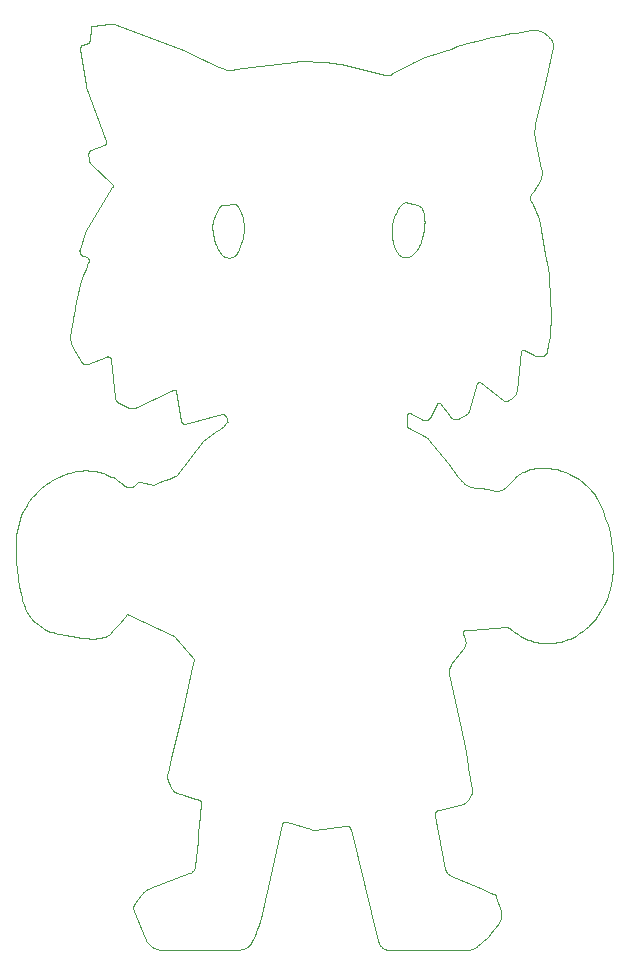
<source format=gbr>
%TF.GenerationSoftware,KiCad,Pcbnew,7.0.9*%
%TF.CreationDate,2023-12-02T23:17:25+01:00*%
%TF.ProjectId,pilkbadge,70696c6b-6261-4646-9765-2e6b69636164,rev?*%
%TF.SameCoordinates,Original*%
%TF.FileFunction,Profile,NP*%
%FSLAX46Y46*%
G04 Gerber Fmt 4.6, Leading zero omitted, Abs format (unit mm)*
G04 Created by KiCad (PCBNEW 7.0.9) date 2023-12-02 23:17:25*
%MOMM*%
%LPD*%
G01*
G04 APERTURE LIST*
%TA.AperFunction,Profile*%
%ADD10C,0.100000*%
%TD*%
G04 APERTURE END LIST*
D10*
X121065189Y-71754362D02*
X121052458Y-71783762D01*
X124208400Y-70884684D02*
X124174593Y-70885273D01*
X89026665Y-50781571D02*
X89009324Y-50764232D01*
X88784777Y-58763740D02*
X88770723Y-58748448D01*
X118510658Y-71021306D02*
X118501566Y-71018993D01*
X127796549Y-66078433D02*
X127661122Y-66720600D01*
X120606189Y-77820080D02*
X120675289Y-77880783D01*
X115851972Y-71979766D02*
X115845172Y-71989154D01*
X95971079Y-103812520D02*
X95935465Y-103768289D01*
X120771367Y-72078672D02*
X120243524Y-72354630D01*
X105247678Y-106712027D02*
X105243506Y-106727454D01*
X96736045Y-72689486D02*
X96728707Y-72676980D01*
X128166444Y-40802913D02*
X128162742Y-40840561D01*
X115880281Y-71950478D02*
X115875825Y-71954292D01*
X88155736Y-58391081D02*
X88141973Y-58365725D01*
X87564233Y-63773053D02*
X87595006Y-63564648D01*
X105526861Y-106491652D02*
X105511217Y-106492921D01*
X94940211Y-117365944D02*
X94818509Y-117343051D01*
X93925008Y-112188415D02*
X93981202Y-112163743D01*
X88311273Y-76775486D02*
X88446738Y-76768869D01*
X125702099Y-66542072D02*
X125692824Y-66538876D01*
X100005128Y-54368406D02*
X99983418Y-54385641D01*
X97946762Y-109569256D02*
X98022233Y-108856434D01*
X90240298Y-49182976D02*
X90251151Y-49172106D01*
X100417813Y-72853590D02*
X100523711Y-72758275D01*
X120581595Y-90646079D02*
X120592082Y-90673273D01*
X100127640Y-54304513D02*
X100101516Y-54314164D01*
X89131699Y-39135103D02*
X89140088Y-39130120D01*
X115849165Y-54079592D02*
X115811575Y-54070251D01*
X92387285Y-71500647D02*
X92352515Y-71491652D01*
X99239614Y-42297583D02*
X99490932Y-42421267D01*
X99341105Y-56257705D02*
X99347344Y-56355863D01*
X113445787Y-116794767D02*
X113430164Y-116756813D01*
X131115912Y-78136906D02*
X131246401Y-78274276D01*
X125048157Y-39686673D02*
X125465882Y-39618081D01*
X100619622Y-58739954D02*
X100658166Y-58744195D01*
X120867738Y-117377445D02*
X120802856Y-117378779D01*
X118243530Y-105684174D02*
X118233275Y-105700816D01*
X124308530Y-70867029D02*
X124275531Y-70875565D01*
X107951676Y-107201182D02*
X107930271Y-107200798D01*
X88821513Y-58814742D02*
X88810218Y-58796916D01*
X101320904Y-54239272D02*
X101305869Y-54233764D01*
X96908661Y-72815534D02*
X96894686Y-72811635D01*
X96889736Y-104228920D02*
X96839978Y-104211802D01*
X88571627Y-58646205D02*
X88550678Y-58643663D01*
X123121401Y-78458508D02*
X123188970Y-78468528D01*
X125578734Y-66545868D02*
X125569811Y-66550230D01*
X126419127Y-53259602D02*
X126382384Y-53314267D01*
X96006653Y-77310416D02*
X96139622Y-77248009D01*
X126457452Y-53206018D02*
X126419127Y-53259602D01*
X117186533Y-72480031D02*
X117167216Y-72471311D01*
X89913672Y-90935645D02*
X89758098Y-90965772D01*
X127140760Y-56303395D02*
X127157353Y-56397088D01*
X114569781Y-57210572D02*
X114591114Y-57313306D01*
X123205506Y-112635959D02*
X123223760Y-112649617D01*
X120840830Y-90253327D02*
X120827438Y-90253921D01*
X111002286Y-107049254D02*
X110993152Y-107033196D01*
X121060223Y-117357480D02*
X120996500Y-117366769D01*
X88170998Y-58415760D02*
X88155736Y-58391081D01*
X101350171Y-54252139D02*
X101335677Y-54245400D01*
X101227467Y-54215911D02*
X101211279Y-54214352D01*
X114704577Y-55326735D02*
X114678498Y-55407959D01*
X131492573Y-78563063D02*
X131607979Y-78714237D01*
X118528291Y-71027576D02*
X118519575Y-71024171D01*
X100566072Y-72392622D02*
X100544885Y-72333112D01*
X120914512Y-104740045D02*
X120869654Y-104784014D01*
X117269964Y-55289150D02*
X117245850Y-55132667D01*
X97192618Y-104344843D02*
X97065281Y-104297299D01*
X123800718Y-114571652D02*
X123787384Y-114637516D01*
X105252616Y-106696907D02*
X105247678Y-106712027D01*
X124116066Y-78227478D02*
X124206755Y-78153409D01*
X115824703Y-58708108D02*
X115873488Y-58698335D01*
X83036314Y-80868200D02*
X83169722Y-80526860D01*
X87921682Y-61865012D02*
X88068462Y-61307420D01*
X110924817Y-106948289D02*
X110911401Y-106936193D01*
X115899394Y-71936595D02*
X115894427Y-71939852D01*
X120539338Y-77755536D02*
X120606189Y-77820080D01*
X123188970Y-78468528D02*
X123256951Y-78476183D01*
X125552908Y-66560518D02*
X125545032Y-66566366D01*
X115092853Y-58447547D02*
X115132300Y-58487544D01*
X101030000Y-58688742D02*
X101064544Y-58673992D01*
X132474071Y-88164183D02*
X132193162Y-88669631D01*
X100202351Y-71977767D02*
X100189118Y-71977895D01*
X93207165Y-77721375D02*
X93219414Y-77722155D01*
X96804089Y-72764778D02*
X96792687Y-72755505D01*
X126467163Y-54265702D02*
X126562627Y-54455686D01*
X120113885Y-72404950D02*
X120087286Y-72411382D01*
X83466812Y-88369810D02*
X83356500Y-88089198D01*
X116691488Y-54286519D02*
X116658639Y-54277399D01*
X120154622Y-77303397D02*
X120283411Y-77464586D01*
X100279572Y-71989401D02*
X100267053Y-71986032D01*
X89062595Y-39202088D02*
X89068152Y-39194136D01*
X120957112Y-104693721D02*
X120914512Y-104740045D01*
X99735407Y-54789592D02*
X99690088Y-54881928D01*
X116496544Y-58278109D02*
X116546319Y-58220763D01*
X118402685Y-105540234D02*
X118385049Y-105549826D01*
X94583981Y-117271277D02*
X94471996Y-117222958D01*
X118545019Y-71035964D02*
X118536781Y-71031510D01*
X90853614Y-52515882D02*
X90847263Y-52509564D01*
X101404943Y-54284978D02*
X101391769Y-54275907D01*
X93660878Y-112340968D02*
X93711295Y-112306690D01*
X115678152Y-58719502D02*
X115726945Y-58718710D01*
X88150628Y-41061842D02*
X88148422Y-41042127D01*
X88592255Y-58649970D02*
X88571627Y-58646205D01*
X123054152Y-78446485D02*
X123121401Y-78458508D01*
X98366164Y-105002745D02*
X98368109Y-104964051D01*
X110937695Y-106960998D02*
X110924817Y-106948289D01*
X121826696Y-69299630D02*
X121818229Y-69304623D01*
X117296972Y-55600539D02*
X117286905Y-55445102D01*
X85240952Y-90254055D02*
X85057937Y-90158877D01*
X90204415Y-49212499D02*
X90216919Y-49203198D01*
X116862258Y-54365094D02*
X116836777Y-54349348D01*
X116039587Y-71912472D02*
X116028157Y-71910247D01*
X117206059Y-72487704D02*
X117186533Y-72480031D01*
X114869642Y-58104262D02*
X114917682Y-58198250D01*
X127603670Y-66856509D02*
X127587263Y-66880718D01*
X121922058Y-69280710D02*
X121912338Y-69279926D01*
X90848235Y-38940693D02*
X90871295Y-38945228D01*
X95604371Y-103110921D02*
X95585966Y-103060111D01*
X124732972Y-70593303D02*
X124432933Y-70806290D01*
X123919909Y-70795179D02*
X122003003Y-69313514D01*
X114094456Y-117347809D02*
X114055494Y-117336861D01*
X99588872Y-57530869D02*
X99640011Y-57663476D01*
X90528970Y-67121965D02*
X90512605Y-67118887D01*
X126960597Y-55440220D02*
X127024002Y-55643289D01*
X90124819Y-77017160D02*
X90285800Y-77074207D01*
X101917163Y-42721304D02*
X103389568Y-42526834D01*
X88103566Y-58004754D02*
X88111735Y-57976912D01*
X117584258Y-74072588D02*
X117601961Y-74093099D01*
X114793655Y-55113055D02*
X114732468Y-55246037D01*
X88608642Y-44195949D02*
X88604916Y-44178630D01*
X116823275Y-41981744D02*
X116913698Y-41945440D01*
X120603666Y-90327876D02*
X120593102Y-90338138D01*
X125129320Y-69922849D02*
X125122363Y-69973144D01*
X123806717Y-114235794D02*
X123813714Y-114303214D01*
X115824204Y-72030382D02*
X115822321Y-72035887D01*
X115889584Y-71943255D02*
X115884868Y-71946798D01*
X114379394Y-43276626D02*
X114410941Y-43264005D01*
X128077562Y-40365564D02*
X128094165Y-40399689D01*
X98985082Y-42178066D02*
X99239614Y-42297583D01*
X114678498Y-55407959D02*
X114654236Y-55489679D01*
X117200008Y-56675529D02*
X117229710Y-56523245D01*
X107740319Y-107170804D02*
X107719739Y-107164543D01*
X120799607Y-72062970D02*
X120771367Y-72078672D01*
X89630218Y-76878964D02*
X89796895Y-76919473D01*
X116658639Y-54277399D02*
X116561946Y-54253867D01*
X117572175Y-72449286D02*
X117555045Y-72459397D01*
X125545032Y-66566366D02*
X125537559Y-66572654D01*
X90576905Y-67136508D02*
X90561157Y-67130779D01*
X86228131Y-77360181D02*
X86375545Y-77289653D01*
X114297228Y-117377912D02*
X114255750Y-117375284D01*
X127033260Y-50435230D02*
X127198099Y-51242738D01*
X127215368Y-51767642D02*
X127203450Y-51841555D01*
X88091379Y-58203086D02*
X88088362Y-58174852D01*
X130412861Y-90557011D02*
X130265144Y-90651364D01*
X84142092Y-78963102D02*
X84284310Y-78801501D01*
X116050895Y-71915424D02*
X116039587Y-71912472D01*
X101378236Y-54267403D02*
X101364364Y-54259476D01*
X99690088Y-54881928D02*
X99646013Y-54974865D01*
X110993152Y-107033196D02*
X110983333Y-107017656D01*
X89175858Y-39113814D02*
X89185306Y-39110693D01*
X93146688Y-77727109D02*
X93158598Y-77724697D01*
X101391769Y-54275907D02*
X101378236Y-54267403D01*
X88576914Y-56577678D02*
X88585781Y-56561340D01*
X88860447Y-49848211D02*
X88870464Y-49823215D01*
X114506691Y-56497861D02*
X114506519Y-56583242D01*
X115257839Y-58588135D02*
X115301785Y-58615258D01*
X117004893Y-41911056D02*
X117096829Y-41878605D01*
X117148804Y-54750376D02*
X117127026Y-54696557D01*
X98289698Y-104716696D02*
X98275966Y-104704994D01*
X128134091Y-40505545D02*
X128144074Y-40541792D01*
X126662837Y-48716493D02*
X127033260Y-50435230D01*
X120987672Y-71893188D02*
X120968204Y-71918264D01*
X113462905Y-116831833D02*
X113445787Y-116794767D01*
X90319418Y-48842445D02*
X88634022Y-44280762D01*
X90962068Y-38970270D02*
X90984316Y-38978245D01*
X110897472Y-106924726D02*
X110883053Y-106913905D01*
X125644971Y-66531615D02*
X125635293Y-66531907D01*
X88227814Y-40809662D02*
X88241515Y-40795516D01*
X98258780Y-104693451D02*
X98241302Y-104682408D01*
X91223043Y-70879248D02*
X91201957Y-70850843D01*
X88237367Y-67574418D02*
X88208254Y-67536001D01*
X115981795Y-54118759D02*
X115886317Y-54092190D01*
X126646592Y-48636087D02*
X126662837Y-48716493D01*
X120546655Y-90434680D02*
X120544951Y-90448131D01*
X88953739Y-40370740D02*
X88955658Y-40358608D01*
X114526169Y-56157621D02*
X114518491Y-56242427D01*
X88841457Y-49983324D02*
X88840871Y-49955315D01*
X127157353Y-56397088D02*
X127527768Y-58397339D01*
X102251846Y-117133659D02*
X102167159Y-117180849D01*
X125687330Y-90933529D02*
X125513833Y-90845772D01*
X126239757Y-53648381D02*
X126239323Y-53683500D01*
X100175830Y-71978638D02*
X100162506Y-71980005D01*
X88933170Y-40440313D02*
X88937638Y-40429150D01*
X101464652Y-58279374D02*
X101480820Y-58242707D01*
X98149927Y-104634840D02*
X98130933Y-104626888D01*
X117487977Y-73977930D02*
X117508230Y-73995777D01*
X121369157Y-117272592D02*
X121308921Y-117294606D01*
X128167130Y-40690013D02*
X128168629Y-40727580D01*
X117200658Y-54918430D02*
X117185375Y-54861616D01*
X119393980Y-110996204D02*
X119436477Y-111022351D01*
X121794997Y-69322445D02*
X121788039Y-69329268D01*
X116782330Y-54320923D02*
X116753303Y-54308319D01*
X126054844Y-76716737D02*
X126248346Y-76663177D01*
X120765384Y-91437033D02*
X120755102Y-91496616D01*
X96054081Y-69913292D02*
X96042305Y-69914248D01*
X120709025Y-90274381D02*
X120696220Y-90278312D01*
X127002144Y-67114273D02*
X126956195Y-67113194D01*
X88840751Y-58852136D02*
X88831722Y-58833211D01*
X119872777Y-72420623D02*
X119820052Y-72411507D01*
X110717332Y-106844700D02*
X110699145Y-106842030D01*
X129572466Y-77049656D02*
X129744259Y-77133122D01*
X90637402Y-38931311D02*
X90660932Y-38929536D01*
X118587761Y-71072985D02*
X118581560Y-71065643D01*
X119389411Y-93567288D02*
X119378920Y-93617998D01*
X97419973Y-110872137D02*
X97443264Y-110861820D01*
X102408054Y-117024922D02*
X102370861Y-117053891D01*
X117254626Y-56370559D02*
X117274457Y-56217456D01*
X87310053Y-65647863D02*
X87306093Y-65577450D01*
X96206909Y-69968333D02*
X96197962Y-69960549D01*
X88215116Y-40824558D02*
X88227814Y-40809662D01*
X87372185Y-65993668D02*
X87354172Y-65925628D01*
X89074036Y-39186436D02*
X89080236Y-39178998D01*
X126652862Y-54648123D02*
X126737821Y-54842903D01*
X86537845Y-77216805D02*
X86714524Y-77143513D01*
X125015536Y-90540829D02*
X124857571Y-90425608D01*
X127507375Y-66965388D02*
X127484159Y-66983174D01*
X116065893Y-58629841D02*
X116112860Y-58605458D01*
X89224834Y-39102337D02*
X90613899Y-38933797D01*
X125886992Y-39557042D02*
X126297988Y-39507940D01*
X126657285Y-39486569D02*
X126717075Y-39489847D01*
X117085173Y-57130135D02*
X117127441Y-56978957D01*
X99919937Y-58222498D02*
X99956519Y-58281262D01*
X114174096Y-117364874D02*
X114134003Y-117357157D01*
X117356902Y-73882968D02*
X117379828Y-73897304D01*
X90613899Y-38933797D02*
X90637402Y-38931311D01*
X88945349Y-40406276D02*
X88948577Y-40394584D01*
X101361206Y-58444609D02*
X101384715Y-58414064D01*
X115819967Y-73025394D02*
X115832683Y-73048853D01*
X99397128Y-56745939D02*
X99415757Y-56842586D01*
X101163668Y-58620439D02*
X101195014Y-58599575D01*
X100337788Y-58654948D02*
X100368346Y-58669362D01*
X120545356Y-90503792D02*
X120549277Y-90532341D01*
X124987355Y-77341954D02*
X125029463Y-77303549D01*
X96124281Y-69921528D02*
X96112779Y-69918493D01*
X97682763Y-110684722D02*
X97714575Y-110646819D01*
X88802490Y-40591995D02*
X88812694Y-40585512D01*
X93194934Y-77721245D02*
X93207165Y-77721375D01*
X109447946Y-42242598D02*
X109600287Y-42261460D01*
X120734891Y-90267506D02*
X120721918Y-90270779D01*
X91124624Y-70691821D02*
X91115194Y-70657217D01*
X83738420Y-88897433D02*
X83663610Y-88769876D01*
X90429553Y-67116946D02*
X90412958Y-67119275D01*
X100251589Y-58603826D02*
X100279438Y-58622120D01*
X95522828Y-102744675D02*
X95520265Y-102691033D01*
X118178111Y-105949156D02*
X118180536Y-105969707D01*
X123921873Y-78353438D02*
X123972223Y-78325115D01*
X116766738Y-57912961D02*
X116804919Y-57847511D01*
X123166796Y-112611518D02*
X123186507Y-112623247D01*
X96144219Y-103964160D02*
X96119525Y-103947773D01*
X105636145Y-106505206D02*
X105620772Y-106500843D01*
X121902571Y-69279733D02*
X121892786Y-69280133D01*
X115832683Y-73048853D02*
X115847051Y-73071338D01*
X128157288Y-40878118D02*
X128150073Y-40915524D01*
X102478213Y-116963440D02*
X102443866Y-116994771D01*
X88928883Y-49733638D02*
X88947719Y-49714393D01*
X115786734Y-72923679D02*
X115792288Y-72950103D01*
X120474186Y-77687432D02*
X120539338Y-77755536D01*
X96728707Y-72676980D02*
X96722010Y-72664109D01*
X125635293Y-66531907D02*
X125625641Y-66532781D01*
X120543797Y-90475647D02*
X120544259Y-90489655D01*
X88747590Y-40618748D02*
X88759062Y-40614186D01*
X98111726Y-104619467D02*
X98092316Y-104612581D01*
X99543166Y-57396354D02*
X99588872Y-57530869D01*
X114859254Y-54982333D02*
X114793655Y-55113055D01*
X93089784Y-77748375D02*
X93100729Y-77742914D01*
X101243512Y-54218154D02*
X101227467Y-54215911D01*
X120683509Y-90282569D02*
X120670898Y-90287153D01*
X88419850Y-67721029D02*
X88379164Y-67698075D01*
X90767622Y-67374388D02*
X90764504Y-67357690D01*
X89442523Y-91000631D02*
X89281561Y-91006747D01*
X84413015Y-89703071D02*
X84298976Y-89597745D01*
X88797958Y-58779906D02*
X88784777Y-58763740D01*
X97406800Y-41415245D02*
X97453639Y-41441515D01*
X116936965Y-57574299D02*
X116964656Y-57503375D01*
X88962805Y-50707983D02*
X88949189Y-50687945D01*
X89068152Y-39194136D02*
X89074036Y-39186436D01*
X101480820Y-58242707D02*
X101596408Y-58007824D01*
X90684472Y-38928470D02*
X90708008Y-38928110D01*
X102008608Y-56118735D02*
X101991391Y-55881265D01*
X92458683Y-78173771D02*
X92484176Y-78166137D01*
X124555166Y-90175380D02*
X124541237Y-90163444D01*
X98356610Y-104835533D02*
X98351902Y-104818634D01*
X127203450Y-51841555D02*
X127188008Y-51914813D01*
X90698778Y-67224008D02*
X90687674Y-67211568D01*
X127750021Y-59608600D02*
X127760358Y-59668145D01*
X96237781Y-70003989D02*
X96230836Y-69994442D01*
X127482208Y-76549120D02*
X127691131Y-76560964D01*
X90377300Y-90786176D02*
X90222793Y-90846539D01*
X84905695Y-78207216D02*
X85073472Y-78072339D01*
X115813347Y-72087930D02*
X115781854Y-72841728D01*
X84191183Y-89489065D02*
X84089423Y-89377091D01*
X91201568Y-77527187D02*
X91344601Y-77620519D01*
X83874381Y-79301006D02*
X84005402Y-79129647D01*
X96270161Y-70080279D02*
X96267398Y-70068527D01*
X116753303Y-54308319D02*
X116723032Y-54296838D01*
X88992889Y-50746163D02*
X88977377Y-50727401D01*
X126646606Y-47580237D02*
X126632698Y-47660860D01*
X125204775Y-77158312D02*
X125250260Y-77124144D01*
X87381176Y-64866632D02*
X87454941Y-64426096D01*
X92583079Y-78124381D02*
X92606850Y-78111132D01*
X107781882Y-107181577D02*
X107761038Y-107176482D01*
X93231655Y-77723590D02*
X93243865Y-77725687D01*
X123762492Y-78423534D02*
X123817087Y-78402805D01*
X89115650Y-39146084D02*
X89123550Y-39140427D01*
X90280223Y-49136758D02*
X90288714Y-49124147D01*
X120774503Y-91316458D02*
X120771860Y-91376918D01*
X121038302Y-71812392D02*
X121022760Y-71840205D01*
X110837104Y-106885475D02*
X110820973Y-106877395D01*
X92223330Y-78192208D02*
X92249556Y-78194615D01*
X121764645Y-69360436D02*
X121760001Y-69369099D01*
X125296383Y-77090849D02*
X125343130Y-77058438D01*
X121167960Y-78148524D02*
X121217295Y-78162225D01*
X85817888Y-90483616D02*
X85620694Y-90415540D01*
X119364786Y-93824988D02*
X119368344Y-93877204D01*
X89204742Y-39105670D02*
X89214710Y-39103787D01*
X101442110Y-54315487D02*
X101430133Y-54304779D01*
X88740179Y-58720601D02*
X88723780Y-58708104D01*
X124497133Y-90130981D02*
X124481715Y-90121300D01*
X84005402Y-79129647D02*
X84142092Y-78963102D01*
X117519535Y-72477102D02*
X117501223Y-72484673D01*
X96189666Y-103991231D02*
X96144219Y-103964160D01*
X95740785Y-103418262D02*
X95647863Y-103210364D01*
X97396230Y-110881691D02*
X97419973Y-110872137D01*
X97816654Y-92696083D02*
X96103476Y-90768061D01*
X101504080Y-54390373D02*
X101495027Y-54376679D01*
X119437157Y-93419466D02*
X119418556Y-93467908D01*
X113621102Y-117063711D02*
X113569463Y-117002709D01*
X88872482Y-50485750D02*
X88869361Y-50461525D01*
X88182116Y-67494764D02*
X87537588Y-66383519D01*
X89117843Y-91006244D02*
X88950888Y-90999812D01*
X123810050Y-114505102D02*
X123800718Y-114571652D01*
X118367990Y-105560202D02*
X118351527Y-105571336D01*
X126604841Y-48311808D02*
X126611795Y-48393176D01*
X90778427Y-38931255D02*
X90801786Y-38933704D01*
X100626270Y-72638022D02*
X100614952Y-72575716D01*
X88183243Y-40873213D02*
X88192809Y-40856388D01*
X96880910Y-72807024D02*
X96867362Y-72801707D01*
X98368099Y-104925942D02*
X98365692Y-104888770D01*
X128017955Y-40273645D02*
X128038917Y-40302671D01*
X126597893Y-48148773D02*
X126600207Y-48230323D01*
X105279651Y-106639993D02*
X105271837Y-106653638D01*
X95685830Y-77450126D02*
X96006653Y-77310416D01*
X115517042Y-54106348D02*
X115483745Y-54123910D01*
X127120776Y-52129366D02*
X127091477Y-52198714D01*
X116913698Y-41945440D02*
X117004893Y-41911056D01*
X90910255Y-52647468D02*
X90908744Y-52630544D01*
X92380965Y-78189958D02*
X92407040Y-78185681D01*
X89009324Y-50764232D02*
X88992889Y-50746163D01*
X130840818Y-77876818D02*
X130980671Y-78004379D01*
X119248951Y-76164367D02*
X120154622Y-77303397D01*
X116465037Y-54231530D02*
X116271090Y-54188266D01*
X121626013Y-78223707D02*
X121877752Y-78243791D01*
X105495659Y-106494982D02*
X105480215Y-106497832D01*
X100662297Y-42882530D02*
X100680312Y-42884429D01*
X121863586Y-69284947D02*
X121853996Y-69287772D01*
X115936579Y-71918508D02*
X115925639Y-71922783D01*
X124948039Y-70383603D02*
X124917240Y-70422861D01*
X121931706Y-69282078D02*
X121922058Y-69280710D01*
X114824500Y-58009031D02*
X114869642Y-58104262D01*
X126983251Y-52398442D02*
X126760080Y-52749409D01*
X116907115Y-57644221D02*
X116936965Y-57574299D01*
X100224587Y-58584359D02*
X100251589Y-58603826D01*
X128158995Y-40615375D02*
X128163915Y-40652592D01*
X92171236Y-78184063D02*
X92197211Y-78188690D01*
X127176664Y-91371814D02*
X126982704Y-91343563D01*
X115660493Y-54064386D02*
X115623457Y-54070526D01*
X115533201Y-58703628D02*
X115581190Y-58711979D01*
X120676435Y-91725862D02*
X120647515Y-91779964D01*
X100686971Y-54252857D02*
X100238071Y-54282955D01*
X126686384Y-67059238D02*
X126643198Y-67042410D01*
X124773683Y-70562962D02*
X124732972Y-70593303D01*
X115880526Y-73113011D02*
X115899523Y-73132014D01*
X118581560Y-71065643D02*
X118574956Y-71058755D01*
X128507293Y-91327918D02*
X128320389Y-91356914D01*
X92275850Y-78195911D02*
X92302176Y-78196094D01*
X132811467Y-81384867D02*
X132973310Y-82017447D01*
X88505963Y-67756747D02*
X88462189Y-67740617D01*
X98093074Y-108143151D02*
X98159287Y-107429403D01*
X132119381Y-79583820D02*
X132383629Y-80163903D01*
X90592372Y-67143112D02*
X90576905Y-67136508D01*
X125072272Y-77265973D02*
X125115768Y-77229236D01*
X92692314Y-113562192D02*
X92708808Y-113523468D01*
X120140310Y-72397318D02*
X120113885Y-72404950D01*
X88233962Y-60755095D02*
X88418050Y-60208512D01*
X120773287Y-91255840D02*
X120774503Y-91316458D01*
X115587081Y-54079603D02*
X115551549Y-54091561D01*
X91996597Y-78120700D02*
X92020512Y-78133063D01*
X120544259Y-90489655D02*
X120545356Y-90503792D01*
X87503283Y-66321163D02*
X87471649Y-66257644D01*
X95871486Y-103674141D02*
X95842562Y-103624767D01*
X99646013Y-54974865D02*
X99603188Y-55068388D01*
X88446738Y-76768869D02*
X88584719Y-76766124D01*
X91754588Y-77929774D02*
X91884437Y-78042392D01*
X100606524Y-42871989D02*
X100643969Y-42879787D01*
X128094165Y-40399689D02*
X128109128Y-40434434D01*
X117225760Y-72494340D02*
X117206059Y-72487704D01*
X93182745Y-77721759D02*
X93194934Y-77721245D01*
X121788039Y-69329268D02*
X121781506Y-69336498D01*
X100584828Y-72452942D02*
X100566072Y-72392622D01*
X100885862Y-58731535D02*
X100922675Y-58723321D01*
X89043817Y-39236210D02*
X89047975Y-39227352D01*
X90310428Y-49084180D02*
X90316375Y-49070230D01*
X102648738Y-116750930D02*
X102624975Y-116789248D01*
X98279671Y-106001456D02*
X98308379Y-105631033D01*
X92806765Y-71452671D02*
X92773548Y-71467663D01*
X124174593Y-70885273D02*
X124140843Y-70883221D01*
X98561197Y-74273408D02*
X98877093Y-74042360D01*
X90874236Y-90396085D02*
X90760549Y-90514157D01*
X105391699Y-106531305D02*
X105377999Y-106539533D01*
X96738826Y-104180853D02*
X96533851Y-104123903D01*
X129316818Y-76936704D02*
X129402721Y-76972740D01*
X117096829Y-41878605D02*
X118971142Y-41237785D01*
X120741040Y-91555478D02*
X120723224Y-91613431D01*
X124400005Y-90081796D02*
X124382858Y-90075729D01*
X128692827Y-76728650D02*
X128877935Y-76781108D01*
X119926164Y-72425234D02*
X119872777Y-72420623D01*
X87311453Y-65365256D02*
X87319044Y-65294492D01*
X126328847Y-54018257D02*
X126346883Y-54048675D01*
X96715969Y-72650898D02*
X96710599Y-72637370D01*
X87454941Y-64426096D02*
X87529748Y-63987298D01*
X121022760Y-71840205D02*
X121005870Y-71867153D01*
X83106994Y-87185859D02*
X83045261Y-86865827D01*
X120721918Y-90270779D02*
X120709025Y-90274381D01*
X87306093Y-65577450D02*
X87304994Y-65506821D01*
X100308162Y-58639181D02*
X100337788Y-58654948D01*
X116990158Y-57431496D02*
X117039312Y-57280975D01*
X102788437Y-116456348D02*
X102648738Y-116750930D01*
X88865009Y-58931300D02*
X88860730Y-58911098D01*
X93517640Y-112454504D02*
X93564001Y-112414913D01*
X127587263Y-66880718D02*
X127569365Y-66903779D01*
X100595142Y-72685077D02*
X100616109Y-72658030D01*
X121994915Y-69307636D02*
X121986538Y-69302305D01*
X126497337Y-53153549D02*
X126457452Y-53206018D01*
X98213501Y-41825417D02*
X98470898Y-41943893D01*
X88706691Y-58696597D02*
X88688959Y-58686109D01*
X125250260Y-77124144D02*
X125296383Y-77090849D01*
X127943222Y-91393127D02*
X127753373Y-91400237D01*
X97531655Y-110813272D02*
X97572800Y-110784864D01*
X125177715Y-90649326D02*
X125015536Y-90540829D01*
X102443866Y-116994771D02*
X102408054Y-117024922D01*
X99640011Y-57663476D02*
X99696533Y-57794009D01*
X88269235Y-67609926D02*
X88237367Y-67574418D01*
X95553407Y-102369512D02*
X95840480Y-101141580D01*
X123760627Y-114035782D02*
X123780206Y-114101891D01*
X101464729Y-54338466D02*
X101453648Y-54326720D01*
X124294025Y-78073629D02*
X124378517Y-77989399D01*
X100680312Y-42884429D02*
X100697977Y-42885425D01*
X128109128Y-40434434D02*
X128122439Y-40469739D01*
X126537435Y-39485856D02*
X126597389Y-39485237D01*
X127080033Y-55922979D02*
X127095540Y-56018104D01*
X91621244Y-77821878D02*
X91754588Y-77929774D01*
X88632362Y-58661049D02*
X88612515Y-58654928D01*
X101128886Y-54217206D02*
X101112254Y-54219982D01*
X82752873Y-84516812D02*
X82699430Y-83874899D01*
X89040033Y-39245269D02*
X89043817Y-39236210D01*
X120209955Y-97816842D02*
X120616343Y-99736036D01*
X117288906Y-56063918D02*
X117297674Y-55909931D01*
X117345771Y-72513018D02*
X117325722Y-72512366D01*
X114560360Y-55904648D02*
X114547108Y-55988701D01*
X127407749Y-67027328D02*
X127380239Y-67038751D01*
X89160545Y-76798556D02*
X89310159Y-76818689D01*
X118385049Y-105549826D02*
X118367990Y-105560202D01*
X90687674Y-67211568D02*
X90675886Y-67199724D01*
X127198099Y-51242738D02*
X127211523Y-51317627D01*
X92727835Y-113485690D02*
X92749380Y-113448985D01*
X125490986Y-66645355D02*
X125488388Y-66654815D01*
X90251151Y-49172106D02*
X90261430Y-49160763D01*
X84533514Y-89804984D02*
X84413015Y-89703071D01*
X107887555Y-107198253D02*
X107866268Y-107196094D01*
X99781963Y-54697870D02*
X99735407Y-54789592D01*
X130547822Y-77637078D02*
X130696488Y-77754344D01*
X125673899Y-66534227D02*
X125664301Y-66532775D01*
X99603188Y-55068388D02*
X99561621Y-55162487D01*
X100848628Y-58738049D02*
X100885862Y-58731535D01*
X113870919Y-117259264D02*
X113802637Y-117218161D01*
X92318177Y-71480657D02*
X92284356Y-71467663D01*
X118320465Y-105595758D02*
X118305902Y-105608988D01*
X100181812Y-54290231D02*
X100154429Y-54296520D01*
X98032981Y-104595182D02*
X98012872Y-104590483D01*
X116391543Y-58388214D02*
X116444942Y-58333942D01*
X121768784Y-40376019D02*
X122337485Y-40236210D01*
X128162742Y-40840561D02*
X128157288Y-40878118D01*
X87529748Y-63987298D02*
X87564233Y-63773053D01*
X104560086Y-109720420D02*
X104025760Y-112006819D01*
X96146814Y-69929595D02*
X96135635Y-69925229D01*
X96139622Y-77248009D02*
X96247170Y-77193019D01*
X88601645Y-44161214D02*
X88598831Y-44143708D01*
X125606528Y-66536272D02*
X125597119Y-66538889D01*
X89033625Y-39263951D02*
X89036633Y-39254519D01*
X118207288Y-105753431D02*
X118200281Y-105771768D01*
X125536114Y-76937803D02*
X125585796Y-76909942D01*
X125003155Y-70300645D02*
X124976695Y-70342834D01*
X88334878Y-58572961D02*
X88310947Y-58557677D01*
X120947504Y-71942334D02*
X120925612Y-71965350D01*
X90555926Y-90700483D02*
X90532412Y-90714351D01*
X100361043Y-72027889D02*
X100350193Y-72020858D01*
X89157550Y-39121222D02*
X89166603Y-39117327D01*
X99696533Y-57794009D02*
X99758382Y-57922300D01*
X90880599Y-52763299D02*
X90885102Y-52755555D01*
X124069240Y-78261977D02*
X124116066Y-78227478D01*
X92653380Y-113890758D02*
X92649063Y-113849053D01*
X90561157Y-67130779D02*
X90545166Y-67125930D01*
X105297277Y-106614021D02*
X105288137Y-106626779D01*
X88958133Y-40333973D02*
X89024811Y-39313475D01*
X96744009Y-72701604D02*
X96736045Y-72689486D01*
X118305902Y-105608988D02*
X118292011Y-105622859D01*
X100207292Y-42707548D02*
X100237156Y-42720150D01*
X114410941Y-43264005D02*
X114441972Y-43249904D01*
X127807438Y-60088284D02*
X127935635Y-62414851D01*
X88911669Y-49754252D02*
X88928883Y-49733638D01*
X100391645Y-72051861D02*
X100381787Y-72043400D01*
X123870187Y-78379387D02*
X123921873Y-78353438D01*
X101654323Y-54689081D02*
X101534529Y-54449641D01*
X101211279Y-54214352D02*
X101194969Y-54213489D01*
X97165853Y-41297202D02*
X97214901Y-41319016D01*
X114081009Y-43322463D02*
X114114816Y-43323475D01*
X121775416Y-69344116D02*
X121769789Y-69352102D01*
X124382858Y-90075729D02*
X124365482Y-90070293D01*
X95789449Y-103522773D02*
X95740785Y-103418262D01*
X101417737Y-54294605D02*
X101404943Y-54284978D01*
X90303828Y-49097833D02*
X90310428Y-49084180D01*
X88086916Y-58146473D02*
X88087049Y-58118018D01*
X88928304Y-40451279D02*
X88933170Y-40440313D01*
X97847188Y-110381359D02*
X97858593Y-110332034D01*
X116073010Y-71923513D02*
X116062048Y-71919104D01*
X113501458Y-116903171D02*
X113481475Y-116867978D01*
X95815310Y-103574220D02*
X95789449Y-103522773D01*
X120696220Y-90278312D02*
X120683509Y-90282569D01*
X110868169Y-106903746D02*
X110852845Y-106894264D01*
X98168696Y-104643319D02*
X98149927Y-104634840D01*
X115164449Y-54484193D02*
X115081862Y-54604801D01*
X127048142Y-67113068D02*
X127002144Y-67114273D01*
X116016642Y-71908748D02*
X116005076Y-71907975D01*
X85245944Y-77943206D02*
X85422971Y-77819951D01*
X88855896Y-59094971D02*
X88861281Y-59074820D01*
X101520496Y-54419130D02*
X101512576Y-54404526D01*
X129934739Y-90841627D02*
X129764840Y-90926642D01*
X127661122Y-66720600D02*
X127653123Y-66749536D01*
X118426259Y-71021443D02*
X118417279Y-71024362D01*
X89194937Y-39107975D02*
X89204742Y-39105670D01*
X87304994Y-65506821D02*
X87306775Y-65436061D01*
X118391815Y-71036293D02*
X118383894Y-71041277D01*
X120640087Y-40688310D02*
X121202932Y-40526733D01*
X126662830Y-47499947D02*
X126646606Y-47580237D01*
X90222793Y-90846539D02*
X90068410Y-90896132D01*
X97770298Y-110565038D02*
X97793999Y-110521431D01*
X82991394Y-86537127D02*
X82900407Y-85855621D01*
X125561173Y-66555132D02*
X125552908Y-66560518D01*
X90825060Y-38936851D02*
X90848235Y-38940693D01*
X87325762Y-76939715D02*
X87554883Y-76883390D01*
X116886618Y-54381810D02*
X116862258Y-54365094D01*
X82820337Y-85145139D02*
X82752873Y-84516812D01*
X126446899Y-76620148D02*
X126649555Y-76587256D01*
X88092093Y-58061141D02*
X88097021Y-58032853D01*
X115816523Y-72058525D02*
X115815518Y-72064320D01*
X126243684Y-53753357D02*
X126248452Y-53787966D01*
X117689823Y-72339654D02*
X117677315Y-72356048D01*
X114742980Y-57815112D02*
X114782274Y-57912625D01*
X117402337Y-73912250D02*
X117424418Y-73927795D01*
X123366132Y-112852299D02*
X123760627Y-114035782D01*
X102919255Y-116157949D02*
X102788437Y-116456348D01*
X88340353Y-67671845D02*
X88303637Y-67642432D01*
X126621105Y-47741764D02*
X126611828Y-47822900D01*
X96244181Y-70013920D02*
X96237781Y-70003989D01*
X121835492Y-69295144D02*
X121826696Y-69299630D01*
X99484812Y-55354140D02*
X99452072Y-55452348D01*
X123648497Y-78456292D02*
X123706322Y-78441415D01*
X120925612Y-71965350D02*
X120902565Y-71987265D01*
X113403567Y-116678370D02*
X113392675Y-116637945D01*
X127229736Y-51543261D02*
X127228535Y-51618366D01*
X100427221Y-72090202D02*
X100418942Y-72079961D01*
X127569365Y-66903779D02*
X127550042Y-66925623D01*
X95534810Y-102851339D02*
X95527679Y-102798135D01*
X94162193Y-117031644D02*
X94069042Y-116953357D01*
X90285800Y-77074207D02*
X90444616Y-77136635D01*
X90905832Y-52613803D02*
X90901532Y-52597340D01*
X89108011Y-39152063D02*
X89115650Y-39146084D01*
X115551549Y-54091561D02*
X115517042Y-54106348D01*
X121500394Y-78210779D02*
X121626013Y-78223707D01*
X82694858Y-82557779D02*
X82726014Y-82222924D01*
X108988414Y-42210129D02*
X109141930Y-42216921D01*
X115341805Y-54251472D02*
X115251119Y-54366381D01*
X92670620Y-71500647D02*
X92635505Y-71507644D01*
X96112779Y-69918493D02*
X96101160Y-69916122D01*
X88770723Y-58748448D02*
X88755842Y-58734059D01*
X118176325Y-105908356D02*
X118176714Y-105928696D01*
X110770474Y-106857570D02*
X110753021Y-106852486D01*
X121320818Y-78185122D02*
X121375144Y-78194248D01*
X90663436Y-67188507D02*
X90650343Y-67177949D01*
X117165819Y-56827428D02*
X117200008Y-56675529D01*
X97743788Y-110606879D02*
X97770298Y-110565038D01*
X124242100Y-70881449D02*
X124208400Y-70884684D01*
X87416469Y-66127465D02*
X87392956Y-66060976D01*
X88822621Y-40578675D02*
X88832264Y-40571493D01*
X127058774Y-52266762D02*
X127022690Y-52333381D01*
X120616343Y-99736036D02*
X120789889Y-100617424D01*
X95647863Y-103210364D02*
X95625006Y-103161030D01*
X101112254Y-54219982D02*
X100899873Y-54237114D01*
X90885102Y-52755555D02*
X90889232Y-52747684D01*
X101475332Y-54350715D02*
X101464729Y-54338466D01*
X88088772Y-58089551D02*
X88092093Y-58061141D01*
X89028826Y-39283317D02*
X89031019Y-39273553D01*
X126263095Y-53856222D02*
X126272942Y-53889741D01*
X88898266Y-40502823D02*
X88905009Y-40492986D01*
X127928730Y-40161881D02*
X127951830Y-40189156D01*
X90906265Y-52698417D02*
X90909028Y-52681497D01*
X115173006Y-58524296D02*
X115214883Y-58557820D01*
X88595126Y-56545256D02*
X90880599Y-52763299D01*
X121102892Y-104486431D02*
X121070345Y-104541398D01*
X88438136Y-58620233D02*
X88411306Y-58610564D01*
X120932312Y-117373433D02*
X120867738Y-117377445D01*
X118454353Y-71016076D02*
X118444819Y-71017285D01*
X119514287Y-72246950D02*
X119494825Y-72227037D01*
X97714575Y-110646819D02*
X97743788Y-110606879D01*
X114611183Y-55654485D02*
X114592403Y-55737509D01*
X117508230Y-73995777D02*
X117527996Y-74014176D01*
X88560630Y-56611075D02*
X88568528Y-56594260D01*
X90333400Y-49011965D02*
X90335909Y-48996908D01*
X90675886Y-67199724D02*
X90663436Y-67188507D01*
X121804828Y-112024408D02*
X123125365Y-112591145D01*
X92197211Y-78188690D02*
X92223330Y-78192208D01*
X119576905Y-72300635D02*
X119555365Y-72283758D01*
X115884868Y-71946798D02*
X115880281Y-71950478D01*
X117588845Y-72438350D02*
X117572175Y-72449286D01*
X90324641Y-48857832D02*
X90319418Y-48842445D01*
X100544885Y-72333112D02*
X100521293Y-72274487D01*
X128152378Y-40578422D02*
X128158995Y-40615375D01*
X126044095Y-91087634D02*
X125864157Y-91014181D01*
X123948688Y-70815626D02*
X123919909Y-70795179D01*
X94038404Y-112141105D02*
X97396230Y-110881691D01*
X92509399Y-78157382D02*
X92534316Y-78147505D01*
X101098375Y-58657674D02*
X101131436Y-58639814D01*
X128163915Y-40652592D02*
X128167130Y-40690013D01*
X126891735Y-55239061D02*
X126960597Y-55440220D01*
X105434885Y-106511079D02*
X105420210Y-106517050D01*
X120243524Y-72354630D02*
X120218168Y-72367143D01*
X100350193Y-72020858D02*
X100339050Y-72014323D01*
X96215382Y-69976591D02*
X96206909Y-69968333D01*
X120682792Y-90891992D02*
X120708402Y-90956962D01*
X88870464Y-49823215D02*
X88882388Y-49799150D01*
X124812519Y-70530657D02*
X124773683Y-70562962D01*
X124849426Y-70496478D02*
X124812519Y-70530657D01*
X123795559Y-114168624D02*
X123806717Y-114235794D01*
X117664112Y-72371696D02*
X117650248Y-72386586D01*
X102542167Y-116897259D02*
X102511008Y-116930935D01*
X126254927Y-53822275D02*
X126263095Y-53856222D01*
X92484176Y-78166137D02*
X92509399Y-78157382D01*
X105542558Y-106491177D02*
X105526861Y-106491652D01*
X118552981Y-71040927D02*
X118545019Y-71035964D01*
X101965484Y-56829314D02*
X101995343Y-56592755D01*
X110662208Y-106839214D02*
X110643507Y-106839101D01*
X127948984Y-64807990D02*
X127891302Y-65452501D01*
X110605763Y-106841543D02*
X110586769Y-106844130D01*
X116973456Y-54457630D02*
X116953276Y-54437408D01*
X100732108Y-42884485D02*
X100748499Y-42882436D01*
X121321721Y-104045332D02*
X121313433Y-104075090D01*
X124294028Y-90054998D02*
X121156605Y-90236497D01*
X127467219Y-39745876D02*
X127520147Y-39785555D01*
X118376295Y-71046739D02*
X118369040Y-71052663D01*
X99878766Y-54516316D02*
X99829752Y-54606773D01*
X90801786Y-38933704D02*
X90825060Y-38936851D01*
X119526762Y-111066886D02*
X121804828Y-112024408D01*
X131805856Y-89251663D02*
X131698373Y-89388965D01*
X118519575Y-71024171D02*
X118510658Y-71021306D01*
X93758222Y-116575121D02*
X93698061Y-116465695D01*
X98221795Y-106715890D02*
X98279671Y-106001456D01*
X124647317Y-39758434D02*
X125048157Y-39686673D01*
X118184486Y-105828775D02*
X118181026Y-105848345D01*
X94364089Y-117166725D02*
X94260682Y-117102860D01*
X100523711Y-72758275D02*
X100595142Y-72685077D01*
X117405429Y-72509269D02*
X117385658Y-72511458D01*
X121247832Y-117314129D02*
X121185967Y-117331134D01*
X88628054Y-44264066D02*
X88622529Y-44247228D01*
X121028838Y-78098839D02*
X121073800Y-78116797D01*
X89148708Y-39125490D02*
X89157550Y-39121222D01*
X88989966Y-49680449D02*
X89013235Y-49665969D01*
X117537487Y-72468673D02*
X117519535Y-72477102D01*
X99359265Y-55855130D02*
X99345728Y-55957762D01*
X120562810Y-90589752D02*
X120571721Y-90618164D01*
X103153962Y-115550514D02*
X103041120Y-115855937D01*
X127974405Y-40216881D02*
X127996449Y-40245046D01*
X105364804Y-106548413D02*
X105352133Y-106557921D01*
X126245926Y-53578080D02*
X126241954Y-53613219D01*
X88068462Y-61307420D02*
X88233962Y-60755095D01*
X114706638Y-57716559D02*
X114742980Y-57815112D01*
X105480215Y-106497832D02*
X105464918Y-106501467D01*
X116932096Y-54418006D02*
X116909887Y-54399460D01*
X93869871Y-112215083D02*
X93925008Y-112188415D01*
X130970611Y-90137001D02*
X130836314Y-90248215D01*
X109600287Y-42261460D02*
X109752080Y-42284324D01*
X113416077Y-116718003D02*
X113403567Y-116678370D01*
X88951376Y-40382735D02*
X88953739Y-40370740D01*
X92044835Y-78144324D02*
X92069527Y-78154482D01*
X89086743Y-39171831D02*
X89093547Y-39164947D01*
X93645759Y-116350884D02*
X92697493Y-114054297D01*
X88947719Y-49714393D02*
X88968103Y-49696627D01*
X99367280Y-56551506D02*
X99380968Y-56648897D01*
X120902565Y-71987265D02*
X120878402Y-72008032D01*
X120571721Y-90618164D02*
X120581595Y-90646079D01*
X100521293Y-72274487D02*
X100495319Y-72216820D01*
X116293484Y-58479424D02*
X116336378Y-58440881D01*
X118349572Y-71073058D02*
X118343923Y-71080679D01*
X100173013Y-58542149D02*
X100224587Y-58584359D01*
X92682408Y-114014160D02*
X92670038Y-113973440D01*
X98205515Y-104661837D02*
X98187229Y-104652319D01*
X85073472Y-78072339D02*
X85245944Y-77943206D01*
X127520147Y-39785555D02*
X127571682Y-39827058D01*
X124862986Y-77461232D02*
X124945960Y-77381180D01*
X119371185Y-93669236D02*
X119366233Y-93720890D01*
X122448096Y-78308162D02*
X122516615Y-78321846D01*
X115970425Y-71909995D02*
X115959006Y-71912113D01*
X91115194Y-70657217D02*
X91107916Y-70621881D01*
X127905113Y-40135061D02*
X127928730Y-40161881D01*
X90622318Y-67158933D02*
X90607522Y-67150589D01*
X123464292Y-78481318D02*
X123527562Y-78476401D01*
X86886412Y-90732699D02*
X86441558Y-90647787D01*
X99415757Y-56842586D02*
X99439191Y-56983049D01*
X119366233Y-93720890D02*
X119364091Y-93772845D01*
X100124494Y-58495973D02*
X100173013Y-58542149D01*
X89123550Y-39140427D02*
X89131699Y-39135103D01*
X119243702Y-110868317D02*
X119278136Y-110903565D01*
X101596408Y-58007824D02*
X101698487Y-57772676D01*
X102009821Y-56355897D02*
X102008608Y-56118735D01*
X126910384Y-67109840D02*
X126864795Y-67104219D01*
X110643507Y-106839101D02*
X110624684Y-106839872D01*
X125085954Y-70119489D02*
X125068817Y-70166456D01*
X115366310Y-54220838D02*
X115341805Y-54251472D01*
X90271125Y-49148972D02*
X90280223Y-49136758D01*
X91107916Y-70621881D02*
X91102849Y-70585898D01*
X119436477Y-111022351D02*
X119480768Y-111045948D01*
X101446899Y-58314870D02*
X101464652Y-58279374D01*
X125664301Y-66532775D02*
X125654649Y-66531904D01*
X133188475Y-83306047D02*
X133240050Y-83953765D01*
X96698670Y-72595137D02*
X96696137Y-72580590D01*
X90332624Y-48888823D02*
X90329039Y-48873300D01*
X89036633Y-39254519D02*
X89040033Y-39245269D01*
X120774234Y-90259676D02*
X120761055Y-90261954D01*
X119458243Y-72184231D02*
X118587761Y-71072985D01*
X127185581Y-67095668D02*
X127139947Y-67103774D01*
X132193162Y-88669631D02*
X132102903Y-88819885D01*
X97840582Y-104548794D02*
X97709583Y-104512537D01*
X122377182Y-116496446D02*
X122286011Y-116580993D01*
X88841454Y-59134468D02*
X88849288Y-59114872D01*
X116556934Y-42102047D02*
X116644863Y-42060061D01*
X126251688Y-53543027D02*
X126245926Y-53578080D01*
X130265144Y-90651364D02*
X130101576Y-90749850D01*
X121338822Y-103954421D02*
X121334422Y-103984955D01*
X88670630Y-58676669D02*
X88651748Y-58668306D01*
X127044850Y-55735159D02*
X127063331Y-55828526D01*
X127550042Y-66925623D02*
X127529358Y-66946182D01*
X90896379Y-52731603D02*
X90902052Y-52715150D01*
X115820609Y-72041458D02*
X115819070Y-72047090D01*
X91484537Y-77718772D02*
X91621244Y-77821878D01*
X114524175Y-56898841D02*
X114536295Y-57003271D01*
X118574956Y-71058755D02*
X118567975Y-71052333D01*
X101421555Y-117381783D02*
X101330056Y-117384339D01*
X100461632Y-72147551D02*
X100455742Y-72135293D01*
X124009682Y-70848664D02*
X123978666Y-70833455D01*
X114732468Y-55246037D02*
X114704577Y-55326735D01*
X111031482Y-107118350D02*
X111025333Y-107100378D01*
X113979878Y-43310107D02*
X114013488Y-43315786D01*
X100228579Y-71979320D02*
X100215510Y-71978245D01*
X93134921Y-77730143D02*
X93146688Y-77727109D01*
X120592082Y-90673273D02*
X120602832Y-90699520D01*
X97957407Y-41703469D02*
X98213501Y-41825417D01*
X100368346Y-58669362D02*
X100399861Y-58682361D01*
X115808960Y-73001054D02*
X115819967Y-73025394D01*
X110699145Y-106842030D02*
X110680762Y-106840196D01*
X90906746Y-77355547D02*
X91055572Y-77438841D01*
X90749877Y-67309437D02*
X90743313Y-67294069D01*
X117265554Y-72504548D02*
X117245603Y-72499951D01*
X90709178Y-67237014D02*
X90698778Y-67224008D01*
X100658166Y-58744195D02*
X100696637Y-58746577D01*
X118417279Y-71024362D02*
X118408530Y-71027820D01*
X105307052Y-106601742D02*
X105297277Y-106614021D01*
X118444819Y-71017285D02*
X118435446Y-71019079D01*
X115964893Y-73180568D02*
X115989293Y-73193624D01*
X99758382Y-57922300D02*
X99819624Y-58041722D01*
X100994802Y-58701898D02*
X101030000Y-58688742D01*
X101894937Y-117293313D02*
X101800412Y-117320991D01*
X119056302Y-110523521D02*
X119070332Y-110571703D01*
X115941761Y-73165886D02*
X115964893Y-73180568D01*
X119070332Y-110571703D02*
X119087225Y-110618653D01*
X91344601Y-77620519D02*
X91484537Y-77718772D01*
X116836777Y-54349348D02*
X116810145Y-54334612D01*
X125494139Y-66636112D02*
X125490986Y-66645355D01*
X96259939Y-70045785D02*
X96255278Y-70034840D01*
X83178303Y-87496748D02*
X83106994Y-87185859D01*
X123327964Y-112768784D02*
X123339093Y-112788752D01*
X88911392Y-40482903D02*
X88917407Y-40472584D01*
X88605348Y-90971933D02*
X88241099Y-90928645D01*
X116733653Y-42019956D02*
X116823275Y-41981744D01*
X118338733Y-71088686D02*
X118334025Y-71097063D01*
X106297338Y-42156418D02*
X106667755Y-42137897D01*
X93123323Y-77733792D02*
X93134921Y-77730143D01*
X96771505Y-72735380D02*
X96761754Y-72724575D01*
X121280909Y-104162131D02*
X121267537Y-104190260D01*
X90330181Y-49026851D02*
X90333400Y-49011965D01*
X115346630Y-58639207D02*
X115392285Y-58660001D01*
X121267537Y-104190260D02*
X121252911Y-104217875D01*
X122555080Y-116322717D02*
X122466879Y-116410347D01*
X119494825Y-72227037D02*
X119476131Y-72206127D01*
X97858593Y-110332034D02*
X97863051Y-110306954D01*
X94373636Y-77968310D02*
X94669102Y-77855970D01*
X101991391Y-55881265D02*
X101957857Y-55643479D01*
X99347344Y-56355863D02*
X99356071Y-56453812D01*
X98308379Y-105631033D02*
X98335234Y-105260622D01*
X117039312Y-57280975D02*
X117085173Y-57130135D01*
X90847263Y-52509564D02*
X89026665Y-50781571D01*
X88831722Y-58833211D02*
X88821513Y-58814742D01*
X91149699Y-70758486D02*
X91136146Y-70725605D01*
X124416906Y-90088484D02*
X124400005Y-90081796D01*
X84284310Y-78801501D02*
X84431919Y-78644979D01*
X121428462Y-117248112D02*
X121369157Y-117272592D01*
X124312150Y-90057838D02*
X124294028Y-90054998D01*
X88585781Y-56561340D02*
X88595126Y-56545256D01*
X93170625Y-77722912D02*
X93182745Y-77721759D01*
X132008208Y-88967034D02*
X131909163Y-89110990D01*
X118215136Y-105735473D02*
X118207288Y-105753431D01*
X128168629Y-40727580D02*
X128168403Y-40765233D01*
X93243865Y-77725687D02*
X94373636Y-77968310D01*
X118420879Y-105531458D02*
X118402685Y-105540234D01*
X91270356Y-70931973D02*
X91245862Y-70906320D01*
X119458406Y-93372006D02*
X119437157Y-93419466D01*
X126241954Y-53613219D02*
X126239757Y-53648381D01*
X92119868Y-78171485D02*
X92145443Y-78178328D01*
X125497834Y-66627109D02*
X125494139Y-66636112D01*
X132973310Y-82017447D02*
X133099270Y-82659224D01*
X114917682Y-58198250D02*
X114949474Y-58254744D01*
X120768186Y-91195252D02*
X120773287Y-91255840D01*
X126248452Y-53787966D02*
X126254927Y-53822275D01*
X92328495Y-78195164D02*
X92354771Y-78193119D01*
X97116401Y-41276297D02*
X97165853Y-41297202D01*
X111010711Y-107065814D02*
X111002286Y-107049254D01*
X88651748Y-58668306D02*
X88632362Y-58661049D01*
X86714524Y-77143513D02*
X86905075Y-77071651D01*
X99892799Y-54491526D02*
X99878766Y-54516316D01*
X92558888Y-78136505D02*
X92583079Y-78124381D01*
X127805602Y-40032484D02*
X127831222Y-40057408D01*
X120942801Y-78058916D02*
X120985194Y-78079534D01*
X115421511Y-54167145D02*
X115392940Y-54192711D01*
X115698006Y-54061234D02*
X115660493Y-54064386D01*
X96332698Y-104057923D02*
X96284044Y-104037820D01*
X117285580Y-72508142D02*
X117265554Y-72504548D01*
X117309850Y-73856159D02*
X117333573Y-73869249D01*
X121818229Y-69304623D02*
X121810111Y-69310103D01*
X85057937Y-90158877D02*
X84879181Y-90052895D01*
X114347386Y-43287759D02*
X114379394Y-43276626D01*
X119418556Y-93467908D02*
X119402632Y-93517220D01*
X116444942Y-58333942D02*
X116496544Y-58278109D01*
X92649063Y-113849053D02*
X92647400Y-113807273D01*
X121600014Y-117160147D02*
X121543968Y-117191863D01*
X125484923Y-66674297D02*
X125129320Y-69922849D01*
X90660932Y-38929536D02*
X90684472Y-38928470D01*
X90601135Y-77204378D02*
X90755222Y-77277371D01*
X101178554Y-54213332D02*
X101162056Y-54213892D01*
X100696637Y-58746577D02*
X100734976Y-58747128D01*
X96030584Y-69915870D02*
X96018948Y-69918157D01*
X101364364Y-54259476D02*
X101350171Y-54252139D01*
X88617451Y-44230257D02*
X88612821Y-44213161D01*
X99962807Y-54404253D02*
X99943368Y-54424194D01*
X116083746Y-71928652D02*
X116073010Y-71923513D01*
X110911401Y-106936193D02*
X110897472Y-106924726D01*
X90764504Y-67357690D02*
X90760493Y-67341278D01*
X83260901Y-87798019D02*
X83178303Y-87496748D01*
X126600359Y-91263840D02*
X126412417Y-91212559D01*
X90755001Y-38929505D02*
X90778427Y-38931255D01*
X107845044Y-107193346D02*
X107823897Y-107190010D01*
X110961737Y-106988195D02*
X110950009Y-106974306D01*
X115783106Y-72896746D02*
X115786734Y-72923679D01*
X120759173Y-91134883D02*
X120768186Y-91195252D01*
X115838978Y-71998940D02*
X115833407Y-72009093D01*
X119555365Y-72283758D02*
X119534480Y-72265860D01*
X125112781Y-70022742D02*
X125100627Y-70071554D01*
X89140088Y-39130120D02*
X89148708Y-39125490D01*
X91884437Y-78042392D02*
X91905754Y-78060249D01*
X114148582Y-43322944D02*
X114182256Y-43320878D01*
X100442437Y-72111941D02*
X100435058Y-72100865D01*
X88546316Y-56645362D02*
X88553225Y-56628112D01*
X130698532Y-90355348D02*
X130557352Y-90458309D01*
X115947713Y-71914951D02*
X115936579Y-71918508D01*
X125597119Y-66538889D02*
X125587846Y-66542088D01*
X120771860Y-91376918D02*
X120765384Y-91437033D01*
X99561621Y-55162487D02*
X99521316Y-55257146D01*
X120807509Y-100759575D02*
X120855145Y-101055563D01*
X100399861Y-58682361D02*
X100432363Y-58693886D01*
X117297674Y-55909931D02*
X117300462Y-55755476D01*
X111036824Y-107136761D02*
X111031482Y-107118350D01*
X119820052Y-72411507D02*
X119768291Y-72397951D01*
X100149165Y-71982005D02*
X100135824Y-71984648D01*
X96042305Y-69914248D02*
X96030584Y-69915870D01*
X122726917Y-116142941D02*
X122641766Y-116233575D01*
X83045261Y-86865827D02*
X82991394Y-86537127D01*
X114339087Y-117378779D02*
X114297228Y-117377912D01*
X90163783Y-49236861D02*
X90177836Y-49229356D01*
X121334422Y-103984955D02*
X121328719Y-104015273D01*
X98877093Y-74042360D02*
X99575676Y-73520999D01*
X99380968Y-56648897D02*
X99397128Y-56745939D01*
X125502054Y-66618367D02*
X125497834Y-66627109D01*
X90984316Y-38978245D02*
X97066557Y-41256307D01*
X91415851Y-71035954D02*
X91383881Y-71018681D01*
X121337467Y-103769050D02*
X121341032Y-103799991D01*
X96995132Y-72823671D02*
X96980549Y-72824159D01*
X116804919Y-57847511D02*
X116841062Y-57780874D01*
X101332832Y-42799092D02*
X101917163Y-42721304D01*
X86441558Y-90647787D02*
X86228086Y-90598854D01*
X101430133Y-54304779D02*
X101417737Y-54294605D01*
X84298976Y-89597745D02*
X84191183Y-89489065D01*
X110203377Y-42376816D02*
X113946440Y-43302858D01*
X88738640Y-67782337D02*
X88690997Y-67784865D01*
X94069042Y-116953357D02*
X93981650Y-116868280D01*
X120080402Y-40860707D02*
X120640087Y-40688310D01*
X97579258Y-104474005D02*
X97449636Y-104433205D01*
X84089423Y-89377091D02*
X83993480Y-89261881D01*
X121959938Y-69289644D02*
X121950673Y-69286550D01*
X127357379Y-39672130D02*
X127412947Y-39708056D01*
X121781506Y-69336498D02*
X121775416Y-69344116D01*
X119353364Y-110967618D02*
X119393980Y-110996204D01*
X82678505Y-82890638D02*
X82694858Y-82557779D01*
X88174760Y-40890571D02*
X88183243Y-40873213D01*
X117482584Y-72491375D02*
X117463652Y-72497197D01*
X97972225Y-104582764D02*
X97840582Y-104548794D01*
X119314720Y-110936701D02*
X119353364Y-110967618D01*
X124021319Y-78294575D02*
X124069240Y-78261977D01*
X120562003Y-90383574D02*
X120556798Y-90395889D01*
X125711211Y-66545850D02*
X125702099Y-66542072D01*
X96168454Y-69940279D02*
X96157788Y-69934625D01*
X88867383Y-50437083D02*
X88841457Y-49983324D01*
X129744259Y-77133122D02*
X129912542Y-77222526D01*
X100339050Y-72014323D02*
X100327632Y-72008293D01*
X88187633Y-58439534D02*
X88170998Y-58415760D01*
X96029817Y-103874549D02*
X96009482Y-103854493D01*
X90939626Y-38962979D02*
X90962068Y-38970270D01*
X92422400Y-71507644D02*
X92387285Y-71500647D01*
X120854246Y-90253073D02*
X120840830Y-90253327D01*
X92749380Y-113448985D02*
X92773429Y-113413482D01*
X121328719Y-104015273D02*
X121321721Y-104045332D01*
X127752917Y-39984121D02*
X127779498Y-40008053D01*
X101195014Y-58599575D02*
X101225414Y-58577249D01*
X93711295Y-112306690D02*
X93762965Y-112274258D01*
X99423122Y-55551661D02*
X99397988Y-55651969D01*
X88977377Y-50727401D02*
X88962805Y-50707983D01*
X115392285Y-58660001D02*
X115438658Y-58677657D01*
X115863267Y-71966497D02*
X115859359Y-71970807D01*
X128038917Y-40302671D02*
X128059326Y-40332116D01*
X94699625Y-117311401D02*
X94583981Y-117271277D01*
X97065281Y-104297299D02*
X96938765Y-104247525D01*
X95519999Y-102637282D02*
X95522038Y-102583499D01*
X121313433Y-104075090D02*
X121303864Y-104104504D01*
X116249595Y-58515172D02*
X116293484Y-58479424D01*
X88203441Y-40840152D02*
X88215116Y-40824558D01*
X124857571Y-90425608D02*
X124704040Y-90303760D01*
X120789889Y-100617424D02*
X120807509Y-100759575D01*
X118233275Y-105700816D02*
X118223804Y-105717926D01*
X89214710Y-39103787D02*
X89224834Y-39102337D01*
X127618524Y-66831217D02*
X127603670Y-66856509D01*
X90865331Y-52529166D02*
X90859637Y-52522420D01*
X90901532Y-52597340D02*
X90895856Y-52581246D01*
X118369040Y-71052663D02*
X118362153Y-71059034D01*
X89052497Y-39218706D02*
X89057373Y-39210281D01*
X126248346Y-76663177D02*
X126446899Y-76620148D01*
X90380080Y-67126680D02*
X90363872Y-67131765D01*
X88867979Y-76773189D02*
X89013131Y-76783468D01*
X116875138Y-57713095D02*
X116907115Y-57644221D01*
X115833407Y-72009093D02*
X115828476Y-72019584D01*
X127779498Y-40008053D02*
X127805602Y-40032484D01*
X88812694Y-40585512D02*
X88822621Y-40578675D01*
X128103242Y-76607534D02*
X128304530Y-76641467D01*
X88553225Y-56628112D02*
X88560630Y-56611075D01*
X117127441Y-56978957D02*
X117165819Y-56827428D01*
X99956519Y-58281262D02*
X99995043Y-58338475D01*
X99336107Y-56060950D02*
X99337357Y-56159385D01*
X96223364Y-69985302D02*
X96215382Y-69976591D01*
X120647515Y-91779964D02*
X120614946Y-91832407D01*
X100241538Y-71980982D02*
X100228579Y-71979320D01*
X120319459Y-105077243D02*
X118498864Y-105505076D01*
X115054757Y-58404287D02*
X115092853Y-58447547D01*
X120556798Y-90395889D02*
X120552535Y-90408531D01*
X126346883Y-54048675D02*
X126366516Y-54078280D01*
X90760549Y-90514157D02*
X90663172Y-90609717D01*
X90859637Y-52522420D02*
X90853614Y-52515882D01*
X100254369Y-71983223D02*
X100241538Y-71980982D01*
X92145443Y-78178328D02*
X92171236Y-78184063D01*
X126297988Y-39507940D02*
X126357699Y-39499468D01*
X92652984Y-78081253D02*
X92675271Y-78064622D01*
X96263985Y-70057021D02*
X96259939Y-70045785D01*
X121877752Y-78243791D02*
X122003568Y-78253464D01*
X114782274Y-57912625D02*
X114824500Y-58009031D01*
X120410181Y-77616051D02*
X120474186Y-77687432D01*
X103257708Y-115241884D02*
X103153962Y-115550514D01*
X90735941Y-67279112D02*
X90727780Y-67264597D01*
X124541237Y-90163444D02*
X124526911Y-90152061D01*
X88842548Y-49927690D02*
X88846418Y-49900558D01*
X98012872Y-104590483D02*
X97992616Y-104586342D01*
X83629901Y-79657626D02*
X83749168Y-79477043D01*
X98353061Y-105118846D02*
X98362712Y-105041676D01*
X107866268Y-107196094D02*
X107845044Y-107193346D01*
X114055494Y-117336861D02*
X114017159Y-117324346D01*
X124275531Y-70875565D02*
X124242100Y-70881449D01*
X115775825Y-58714906D02*
X115824703Y-58708108D01*
X88735887Y-40622897D02*
X88747590Y-40618748D01*
X124781716Y-77545665D02*
X124862986Y-77461232D01*
X107930271Y-107200798D02*
X107908893Y-107199822D01*
X116723032Y-54296838D02*
X116691488Y-54286519D01*
X90261430Y-49160763D02*
X90271125Y-49148972D01*
X87316859Y-65717973D02*
X87310053Y-65647863D01*
X90396454Y-67122518D02*
X90380080Y-67126680D01*
X96250020Y-70024211D02*
X96244181Y-70013920D01*
X118278809Y-105637342D02*
X118266316Y-105652408D01*
X122466879Y-116410347D02*
X122377182Y-116496446D01*
X114506519Y-56583242D02*
X114509270Y-56688758D01*
X123706322Y-78441415D02*
X123762492Y-78423534D01*
X125625641Y-66532781D02*
X125616044Y-66534235D01*
X119368344Y-93877204D02*
X119374793Y-93929381D01*
X115819070Y-72047090D02*
X115817708Y-72052781D01*
X88224492Y-58483720D02*
X88205484Y-58462199D01*
X92140019Y-88947469D02*
X91919042Y-89209481D01*
X100614952Y-72575716D02*
X100601130Y-72513998D01*
X88957125Y-40346349D02*
X88958133Y-40333973D01*
X123349186Y-112809351D02*
X123358209Y-112830545D01*
X101427620Y-58349168D02*
X101446899Y-58314870D01*
X125159941Y-77193346D02*
X125204775Y-77158312D01*
X88568528Y-56594260D02*
X88576914Y-56577678D01*
X95533063Y-102476127D02*
X95542066Y-102422688D01*
X88755842Y-58734059D02*
X88740179Y-58720601D01*
X125486994Y-76966593D02*
X125536114Y-76937803D01*
X88596932Y-67778269D02*
X88550950Y-67769328D01*
X125506784Y-66609908D02*
X125502054Y-66618367D01*
X96432244Y-104093214D02*
X96382144Y-104076290D01*
X126477471Y-39488431D02*
X126537435Y-39485856D01*
X88493477Y-58635067D02*
X88465545Y-58628413D01*
X124206755Y-78153409D02*
X124294025Y-78073629D01*
X120568192Y-90371613D02*
X120562003Y-90383574D01*
X90663172Y-90609717D02*
X90585871Y-90678027D01*
X96710599Y-72637370D02*
X96705916Y-72623552D01*
X127300565Y-39638133D02*
X127357379Y-39672130D01*
X113738020Y-117171696D02*
X113677398Y-117120126D01*
X121252911Y-104217875D02*
X121102892Y-104486431D01*
X126632670Y-48555366D02*
X126646592Y-48636087D01*
X114441972Y-43249904D02*
X114472436Y-43234330D01*
X100773127Y-58745872D02*
X100811030Y-58742837D01*
X115894427Y-71939852D02*
X115889584Y-71943255D01*
X97863051Y-110306954D02*
X97866660Y-110281618D01*
X88941700Y-40417801D02*
X88945349Y-40406276D01*
X103041120Y-115855937D02*
X102919255Y-116157949D01*
X99490932Y-42421267D02*
X99574980Y-42460761D01*
X89037839Y-49653297D02*
X89063707Y-49642541D01*
X88810218Y-58796916D02*
X88797958Y-58779906D01*
X110053703Y-42342013D02*
X110203377Y-42376816D01*
X100315956Y-72002776D02*
X100304042Y-71997783D01*
X121543968Y-117191863D02*
X121486759Y-117221193D01*
X98072714Y-104606235D02*
X98052932Y-104600434D01*
X89961806Y-76965560D02*
X90124819Y-77017160D01*
X89013131Y-76783468D02*
X89160545Y-76798556D01*
X120985194Y-78079534D02*
X121028838Y-78098839D01*
X129487945Y-77010394D02*
X129572466Y-77049656D01*
X126681367Y-47420038D02*
X126662830Y-47499947D01*
X125027364Y-70257125D02*
X125003155Y-70300645D01*
X103352287Y-114930248D02*
X103257708Y-115241884D01*
X127653123Y-66749536D02*
X127643315Y-66777664D01*
X87595006Y-63564648D02*
X87684821Y-62994100D01*
X88883729Y-40521721D02*
X88891170Y-40512405D01*
X121120152Y-78133370D02*
X121167960Y-78148524D01*
X115581190Y-58711979D02*
X115629537Y-58717265D01*
X95842562Y-103624767D02*
X95815310Y-103574220D01*
X96839978Y-104211802D02*
X96738826Y-104180853D01*
X122652215Y-78352658D02*
X122920245Y-78417886D01*
X101756241Y-54928180D02*
X101654323Y-54689081D01*
X118435446Y-71019079D02*
X118426259Y-71021443D01*
X88102092Y-58258854D02*
X88095959Y-58231109D01*
X102167159Y-117180849D02*
X102078991Y-117223210D01*
X110972853Y-107002651D02*
X110961737Y-106988195D01*
X95544213Y-102904213D02*
X95534810Y-102851339D01*
X90496108Y-67116700D02*
X90479517Y-67115409D01*
X105258301Y-106682120D02*
X105252616Y-106696907D01*
X127012765Y-39535253D02*
X127070919Y-39550103D01*
X92630164Y-78096756D02*
X92652984Y-78081253D01*
X105605268Y-106497294D02*
X105589663Y-106494556D01*
X116383782Y-42191608D02*
X116469897Y-42145900D01*
X118334025Y-71097063D02*
X117722841Y-72286105D01*
X110983333Y-107017656D02*
X110972853Y-107002651D01*
X96701935Y-72609466D02*
X96698670Y-72595137D01*
X88870656Y-58992793D02*
X88869976Y-58972202D01*
X125390489Y-77026919D02*
X125438448Y-76996301D01*
X126272942Y-53889741D02*
X126284455Y-53922768D01*
X131909163Y-89110990D02*
X131805856Y-89251663D01*
X100267053Y-71986032D02*
X100254369Y-71983223D01*
X95526389Y-102529756D02*
X95533063Y-102476127D01*
X119087225Y-110618653D02*
X119106891Y-110664260D01*
X89027053Y-39293232D02*
X89028826Y-39283317D01*
X100035732Y-58393653D02*
X100078808Y-58446313D01*
X119537786Y-93236664D02*
X119508748Y-93280492D01*
X114134003Y-117357157D02*
X114094456Y-117347809D01*
X120822439Y-77989535D02*
X120901591Y-78037019D01*
X88118980Y-58313245D02*
X88109769Y-58286255D01*
X118266316Y-105652408D02*
X118254550Y-105668029D01*
X121760001Y-69369099D02*
X121755878Y-69378070D01*
X108015928Y-107198767D02*
X107994517Y-107200168D01*
X114591114Y-57313306D02*
X114615483Y-57415340D01*
X133052585Y-86470572D02*
X132902909Y-87060503D01*
X120578754Y-91883002D02*
X119569367Y-93194274D01*
X90910354Y-52664483D02*
X90910255Y-52647468D01*
X127792692Y-59907616D02*
X127798514Y-59967755D01*
X87795847Y-76835994D02*
X88048146Y-76799401D01*
X107719739Y-107164543D02*
X105636145Y-106505206D01*
X115081862Y-54604801D02*
X115003423Y-54728099D01*
X94260682Y-117102860D02*
X94162193Y-117031644D01*
X96867362Y-72801707D02*
X96854070Y-72795690D01*
X97866660Y-110281618D02*
X97946762Y-109569256D01*
X101225414Y-58577249D02*
X101254811Y-58553487D01*
X113942537Y-117294745D02*
X113870919Y-117259264D01*
X87854299Y-90875481D02*
X87356704Y-90806239D01*
X98092316Y-104612581D02*
X98072714Y-104606235D01*
X120615434Y-90318109D02*
X120603666Y-90327876D01*
X125587846Y-66542088D02*
X125578734Y-66545868D01*
X83329230Y-80184923D02*
X83516720Y-79842622D01*
X125122363Y-69973144D02*
X125112781Y-70022742D01*
X113677398Y-117120126D02*
X113621102Y-117063711D01*
X126412417Y-91212559D02*
X126226922Y-91153792D01*
X115792288Y-72950103D02*
X115799715Y-72975926D01*
X115886317Y-54092190D02*
X115849165Y-54079592D01*
X123256951Y-78476183D02*
X123325437Y-78481109D01*
X91324128Y-70978680D02*
X91296465Y-70956122D01*
X126982704Y-91343563D02*
X126790529Y-91307540D01*
X127951830Y-40189156D02*
X127974405Y-40216881D01*
X120615091Y-104965849D02*
X120558841Y-104994072D01*
X87684821Y-62994100D02*
X87793758Y-62427397D01*
X116469897Y-42145900D02*
X116556934Y-42102047D01*
X97320746Y-104390148D02*
X97192618Y-104344843D01*
X120773577Y-104864583D02*
X120722562Y-104901027D01*
X129143068Y-76869521D02*
X129230259Y-76902294D01*
X120675289Y-77880783D02*
X120747189Y-77937362D01*
X121303864Y-104104504D02*
X121293021Y-104133532D01*
X127091477Y-52198714D02*
X127058774Y-52266762D01*
X121073800Y-78116797D02*
X121120152Y-78133370D01*
X125683415Y-66536261D02*
X125673899Y-66534227D01*
X124945960Y-77381180D02*
X124987355Y-77341954D01*
X120544013Y-90461796D02*
X120543797Y-90475647D01*
X127967547Y-63323979D02*
X127973198Y-64110087D01*
X96178717Y-69946500D02*
X96168454Y-69940279D01*
X90755610Y-67325183D02*
X90749877Y-67309437D01*
X98275966Y-104704994D02*
X98258780Y-104693451D01*
X129058787Y-91198009D02*
X128876700Y-91248412D01*
X117285747Y-73843705D02*
X117309850Y-73856159D01*
X100291908Y-71993321D02*
X100279572Y-71989401D01*
X116644863Y-42060061D02*
X116733653Y-42019956D01*
X126239323Y-53683500D02*
X126240636Y-53718514D01*
X114535709Y-56073036D02*
X114526169Y-56157621D01*
X104025760Y-112006819D02*
X103762592Y-113151579D01*
X99951707Y-73231973D02*
X100283287Y-72966995D01*
X127691131Y-76560964D02*
X127898459Y-76580567D01*
X88256198Y-40782177D02*
X88735887Y-40622897D01*
X88418050Y-60208512D02*
X88620592Y-59668144D01*
X98470898Y-41943893D02*
X98985082Y-42178066D01*
X96828366Y-72781576D02*
X96816010Y-72773491D01*
X125720135Y-66550209D02*
X125711211Y-66545850D01*
X107761038Y-107176482D02*
X107740319Y-107170804D01*
X114249114Y-43312168D02*
X114282193Y-43305537D01*
X101194969Y-54213489D02*
X101178554Y-54213332D01*
X126597899Y-48067205D02*
X126597893Y-48148773D01*
X90888817Y-52565614D02*
X90880425Y-52550537D01*
X115485660Y-58692193D02*
X115533201Y-58703628D01*
X127527768Y-58397339D02*
X127750021Y-59608600D01*
X90337400Y-48919932D02*
X90335407Y-48904375D01*
X105288137Y-106626779D02*
X105279651Y-106639993D01*
X126347246Y-53369976D02*
X126313735Y-53426697D01*
X125100627Y-70071554D02*
X125085954Y-70119489D01*
X92564585Y-71515640D02*
X92528952Y-71516639D01*
X120746222Y-91074920D02*
X120759173Y-91134883D01*
X90326262Y-49041541D02*
X90330181Y-49026851D01*
X114518491Y-56242427D02*
X114512682Y-56327423D01*
X120346773Y-77541675D02*
X120410181Y-77616051D01*
X114982978Y-58307903D02*
X115018102Y-58357745D01*
X119534480Y-72265860D02*
X119514287Y-72246950D01*
X118355656Y-71065838D02*
X118349572Y-71073058D01*
X97453639Y-41441515D02*
X97703743Y-41576138D01*
X127698353Y-39937785D02*
X127725867Y-39960696D01*
X130557352Y-90458309D02*
X130412861Y-90557011D01*
X123625128Y-115007848D02*
X123584676Y-115063682D01*
X126600207Y-48230323D02*
X126604841Y-48311808D01*
X106667755Y-42137897D02*
X108988414Y-42210129D01*
X90895856Y-52581246D02*
X90888817Y-52565614D01*
X122810514Y-116050834D02*
X122726917Y-116142941D01*
X88882083Y-50533400D02*
X88876728Y-50509720D01*
X89601209Y-90987203D02*
X89442523Y-91000631D01*
X97648460Y-110720454D02*
X97682763Y-110684722D01*
X120501050Y-105019400D02*
X120441821Y-105041756D01*
X115847051Y-73071338D02*
X115863017Y-73092755D01*
X120549168Y-90421470D02*
X120546655Y-90434680D01*
X124884351Y-70460516D02*
X124849426Y-70496478D01*
X90288714Y-49124147D02*
X90296586Y-49111163D01*
X117444460Y-72502127D02*
X117425041Y-72506155D01*
X119402632Y-93517220D02*
X119389411Y-93567288D01*
X101995343Y-56592755D02*
X102009821Y-56355897D01*
X121760386Y-117050953D02*
X121708301Y-117089666D01*
X93981202Y-112163743D02*
X94038404Y-112141105D01*
X88109769Y-58286255D02*
X88102092Y-58258854D01*
X123358209Y-112830545D02*
X123366132Y-112852299D01*
X85979992Y-77486779D02*
X86228131Y-77360181D01*
X98022233Y-108856434D02*
X98093074Y-108143151D01*
X120723224Y-91613431D02*
X120701680Y-91670289D01*
X124481715Y-90121300D02*
X124465966Y-90112202D01*
X111025333Y-107100378D02*
X111018401Y-107082861D01*
X121755878Y-69378070D02*
X121752293Y-69387330D01*
X131471223Y-89653098D02*
X131351729Y-89779753D01*
X88860730Y-58911098D02*
X88855259Y-58891134D01*
X96938765Y-104247525D02*
X96889736Y-104228920D01*
X126855363Y-76564102D02*
X127063374Y-76550293D01*
X88924895Y-50646157D02*
X88914250Y-50624480D01*
X118383894Y-71041277D02*
X118376295Y-71046739D01*
X131228405Y-89902681D02*
X131101337Y-90021793D01*
X114592403Y-55737509D02*
X114575460Y-55820907D01*
X96922808Y-72818716D02*
X96908661Y-72815534D01*
X92094550Y-78163536D02*
X92119868Y-78171485D01*
X82699430Y-83874899D02*
X82682674Y-83549431D01*
X90871295Y-38945228D02*
X90894224Y-38950456D01*
X119768291Y-72397951D02*
X119717794Y-72380021D01*
X105377999Y-106539533D02*
X105364804Y-106548413D01*
X90177836Y-49229356D02*
X90191383Y-49221227D01*
X119384158Y-93981405D02*
X120209955Y-97816842D01*
X128150073Y-40915524D02*
X127625928Y-43615860D01*
X124917240Y-70422861D02*
X124884351Y-70460516D01*
X109903245Y-42311178D02*
X110053703Y-42342013D01*
X88896147Y-49776126D02*
X88911669Y-49754252D01*
X88876728Y-50509720D02*
X88872482Y-50485750D01*
X88688959Y-58686109D02*
X88670630Y-58676669D01*
X126790529Y-91307540D02*
X126600359Y-91263840D01*
X120166524Y-72388478D02*
X120140310Y-72397318D01*
X119668864Y-72357781D02*
X119621800Y-72331297D01*
X90512605Y-67118887D02*
X90496108Y-67116700D01*
X113481475Y-116867978D02*
X113462905Y-116831833D01*
X96007426Y-69921111D02*
X95996045Y-69924731D01*
X92651976Y-113724004D02*
X92658185Y-113682769D01*
X118292011Y-105622859D02*
X118278809Y-105637342D01*
X87793758Y-62427397D02*
X87921682Y-61865012D01*
X93068723Y-77761068D02*
X93079107Y-77754428D01*
X125654649Y-66531904D02*
X125644971Y-66531615D01*
X91927667Y-78077009D02*
X91950136Y-78092672D01*
X88690997Y-67784865D02*
X88643687Y-67783478D01*
X90870695Y-52536108D02*
X90865331Y-52529166D01*
X88840871Y-49955315D02*
X88842548Y-49927690D01*
X98346260Y-104802232D02*
X98339630Y-104786370D01*
X100189118Y-71977895D02*
X100175830Y-71978638D01*
X116077837Y-54143267D02*
X115981795Y-54118759D01*
X95542066Y-102422688D02*
X95553407Y-102369512D01*
X121217295Y-78162225D02*
X121268224Y-78174436D01*
X90363872Y-67131765D02*
X88834047Y-67765174D01*
X88848598Y-58871461D02*
X88840751Y-58852136D01*
X107823897Y-107190010D02*
X107802839Y-107186086D01*
X120381256Y-105061063D02*
X120319459Y-105077243D01*
X88955658Y-40358608D02*
X88957125Y-40346349D01*
X100748499Y-42882436D02*
X101040492Y-42839548D01*
X125569811Y-66550230D02*
X125561173Y-66555132D01*
X97793999Y-110521431D02*
X97814785Y-110476192D01*
X121076457Y-71724239D02*
X121065189Y-71754362D01*
X127785963Y-59847576D02*
X127792692Y-59907616D01*
X100643969Y-42879787D02*
X100662297Y-42882530D01*
X98360441Y-104852884D02*
X98356610Y-104835533D01*
X91353287Y-70999562D02*
X91324128Y-70978680D01*
X88861281Y-59074820D02*
X88865446Y-59054472D01*
X89758098Y-90965772D02*
X89601209Y-90987203D01*
X114047216Y-43319903D02*
X114081009Y-43322463D01*
X114215784Y-43317284D02*
X114249114Y-43312168D01*
X97038784Y-72817679D02*
X97024278Y-72820437D01*
X116018382Y-58651338D02*
X116065893Y-58629841D01*
X97311734Y-41365348D02*
X97359494Y-41389854D01*
X88914250Y-50624480D02*
X88904630Y-50602329D01*
X92352515Y-71491652D02*
X92318177Y-71480657D01*
X126649555Y-76587256D02*
X126855363Y-76564102D01*
X127125318Y-56208725D02*
X127140760Y-56303395D01*
X93981650Y-116868280D02*
X93900436Y-116776695D01*
X127621777Y-39870350D02*
X127670383Y-39915396D01*
X110950009Y-106974306D02*
X110937695Y-106960998D01*
X95522038Y-102583499D02*
X95526389Y-102529756D01*
X96894686Y-72811635D02*
X96880910Y-72807024D01*
X95585966Y-103060111D02*
X95569799Y-103008673D01*
X114536295Y-57003271D02*
X114551503Y-57107204D01*
X127898459Y-76580567D02*
X128103242Y-76607534D01*
X128132296Y-91378668D02*
X127943222Y-91393127D01*
X100465879Y-58703876D02*
X100504134Y-58715816D01*
X97559214Y-93794368D02*
X97816654Y-92696083D01*
X88867842Y-40539519D02*
X88875950Y-40530763D01*
X99943368Y-54424194D02*
X99925172Y-54445418D01*
X120787467Y-90257733D02*
X120774234Y-90259676D01*
X101384715Y-58414064D02*
X101406872Y-58382242D01*
X92432958Y-78180285D02*
X92458683Y-78173771D01*
X119278136Y-110903565D02*
X119314720Y-110936701D01*
X131101337Y-90021793D02*
X130970611Y-90137001D01*
X101453648Y-54326720D02*
X101442110Y-54315487D01*
X120800750Y-90256125D02*
X120787467Y-90257733D01*
X95555878Y-102956682D02*
X95544213Y-102904213D01*
X122129144Y-78264569D02*
X122254331Y-78278366D01*
X125343130Y-77058438D02*
X125390489Y-77026919D01*
X93815840Y-112243710D02*
X93869871Y-112215083D01*
X93698061Y-116465695D02*
X93645759Y-116350884D01*
X88841615Y-40563977D02*
X88850667Y-40556136D01*
X97443264Y-110861820D02*
X97488441Y-110838969D01*
X127996449Y-40245046D02*
X128017955Y-40273645D01*
X120996500Y-117366769D02*
X120932312Y-117373433D01*
X108037317Y-107196769D02*
X108015928Y-107198767D01*
X131822745Y-79029538D02*
X132119381Y-79583820D01*
X90329039Y-48873300D02*
X90324641Y-48857832D01*
X99819624Y-58041722D02*
X99885076Y-58162664D01*
X89080236Y-39178998D02*
X89086743Y-39171831D01*
X110787633Y-106863427D02*
X110770474Y-106857570D01*
X126632698Y-47660860D02*
X126621105Y-47741764D01*
X120997353Y-104645120D02*
X120957112Y-104693721D01*
X82927121Y-81208710D02*
X83036314Y-80868200D01*
X132614615Y-80765636D02*
X132811467Y-81384867D01*
X125049269Y-70212365D02*
X125027364Y-70257125D01*
X125438448Y-76996301D02*
X125486994Y-76966593D01*
X99925172Y-54445418D02*
X99908291Y-54467878D01*
X126604867Y-47904219D02*
X126600224Y-47985671D01*
X127242552Y-39606100D02*
X127300565Y-39638133D01*
X126737821Y-54842903D02*
X126817461Y-55039919D01*
X100697977Y-42885425D02*
X100715255Y-42885463D01*
X110852845Y-106894264D02*
X110837104Y-106885475D01*
X114547108Y-55988701D02*
X114535709Y-56073036D01*
X88534010Y-56680454D02*
X88539910Y-56662813D01*
X96157788Y-69934625D02*
X96146814Y-69929595D01*
X101064544Y-58673992D02*
X101098375Y-58657674D01*
X98368109Y-104964051D02*
X98368099Y-104925942D01*
X114642872Y-57516605D02*
X114673262Y-57617034D01*
X83749168Y-79477043D02*
X83874381Y-79301006D01*
X120670898Y-90287153D02*
X120658393Y-90292061D01*
X127128633Y-39566864D02*
X127185859Y-39585531D01*
X105271837Y-106653638D02*
X105264714Y-106667688D01*
X88865446Y-59054472D02*
X88868395Y-59033982D01*
X121341912Y-103923713D02*
X121338822Y-103954421D01*
X96761754Y-72724575D02*
X96752584Y-72713308D01*
X86375545Y-77289653D02*
X86537845Y-77216805D01*
X100209717Y-54285694D02*
X100181812Y-54290231D01*
X120087286Y-72411382D02*
X120033720Y-72420679D01*
X96267398Y-70068527D02*
X96263985Y-70057021D01*
X127412947Y-39708056D02*
X127467219Y-39745876D01*
X122003568Y-78253464D02*
X122129144Y-78264569D01*
X102370861Y-117053891D02*
X102332371Y-117081673D01*
X125517716Y-66593932D02*
X125512010Y-66601756D01*
X109141930Y-42216921D02*
X109295134Y-42227748D01*
X97359494Y-41389854D02*
X97406800Y-41415245D01*
X115629537Y-58717265D02*
X115678152Y-58719502D01*
X87347994Y-65083047D02*
X87381176Y-64866632D01*
X100303129Y-42750388D02*
X100375440Y-42784315D01*
X88310947Y-58557677D02*
X88287886Y-58541076D01*
X123978666Y-70833455D02*
X123948688Y-70815626D01*
X129055268Y-76838392D02*
X129143068Y-76869521D01*
X88923047Y-40462040D02*
X88928304Y-40451279D01*
X85790134Y-77591604D02*
X85979992Y-77486779D01*
X97263532Y-41341734D02*
X97311734Y-41365348D01*
X121185967Y-117331134D02*
X121123405Y-117345593D01*
X92697493Y-114054297D02*
X92682408Y-114014160D01*
X82900407Y-85855621D02*
X82820337Y-85145139D01*
X88936547Y-50667325D02*
X88924895Y-50646157D01*
X90743313Y-67294069D02*
X90735941Y-67279112D01*
X117635756Y-72400708D02*
X117620669Y-72414050D01*
X87442705Y-66193050D02*
X87416469Y-66127465D01*
X88846418Y-49900558D02*
X88852408Y-49874028D01*
X105243506Y-106727454D02*
X104560086Y-109720420D01*
X88868395Y-59033982D02*
X88870130Y-59013404D01*
X102599236Y-116826412D02*
X102571605Y-116862417D01*
X103513660Y-114298773D02*
X103437628Y-114615810D01*
X88244600Y-58504063D02*
X88224492Y-58483720D01*
X101275094Y-54224654D02*
X101259394Y-54221072D01*
X83516720Y-79842622D02*
X83629901Y-79657626D01*
X98338394Y-105227623D02*
X98342715Y-105192761D01*
X93079107Y-77754428D02*
X93089784Y-77748375D01*
X98323180Y-104756442D02*
X98313249Y-104742464D01*
X110735299Y-106848191D02*
X110717332Y-106844700D01*
X115867316Y-71962305D02*
X115863267Y-71966497D01*
X96854070Y-72795690D02*
X96841062Y-72788978D01*
X115451840Y-54144194D02*
X115421511Y-54167145D01*
X127753373Y-91400237D02*
X127562960Y-91399945D01*
X86905075Y-77071651D02*
X87108990Y-77003093D01*
X88852408Y-49874028D02*
X88860447Y-49848211D01*
X120869654Y-104784014D02*
X120822642Y-104825553D01*
X92534316Y-78147505D02*
X92558888Y-78136505D01*
X119181638Y-110791929D02*
X119211506Y-110831069D01*
X131246401Y-78274276D02*
X131372000Y-78416369D01*
X115735812Y-54061126D02*
X115698006Y-54061234D01*
X125523886Y-66586459D02*
X125517716Y-66593932D01*
X123748837Y-114766442D02*
X123723689Y-114829130D01*
X115814059Y-72076047D02*
X115813609Y-72081970D01*
X118176714Y-105928696D02*
X118178111Y-105949156D01*
X125537559Y-66572654D02*
X125530505Y-66579359D01*
X99574980Y-42460761D02*
X99659655Y-42498841D01*
X90909028Y-52681497D02*
X90910354Y-52664483D01*
X85604414Y-77702706D02*
X85790134Y-77591604D01*
X127372189Y-91392198D02*
X127176664Y-91371814D01*
X100327632Y-72008293D02*
X100315956Y-72002776D01*
X116546319Y-58220763D02*
X116594237Y-58161950D01*
X127188008Y-51914813D02*
X127169065Y-51987287D01*
X97214901Y-41319016D02*
X97263532Y-41341734D01*
X124330111Y-90061339D02*
X124312150Y-90057838D01*
X116159193Y-58578206D02*
X116204801Y-58548105D01*
X126284455Y-53922768D02*
X126297619Y-53955239D01*
X120755102Y-91496616D02*
X120741040Y-91555478D01*
X117044797Y-54545952D02*
X117010942Y-54500380D01*
X95840480Y-101141580D02*
X96725777Y-97359629D01*
X84742750Y-78347703D02*
X84905695Y-78207216D01*
X97066557Y-41256307D02*
X97116401Y-41276297D01*
X126611795Y-48393176D02*
X126621072Y-48474379D01*
X111018401Y-107082861D02*
X111010711Y-107065814D01*
X117365761Y-72512712D02*
X117345771Y-72513018D01*
X90335909Y-48996908D02*
X90337697Y-48981704D01*
X117245603Y-72499951D02*
X117225760Y-72494340D01*
X115845172Y-71989154D02*
X115838978Y-71998940D01*
X118408530Y-71027820D02*
X118400034Y-71031802D01*
X118567975Y-71052333D02*
X118560642Y-71046386D01*
X126895331Y-39511307D02*
X126954220Y-39522319D01*
X96980549Y-72824159D02*
X96965997Y-72823902D01*
X115781462Y-72869398D02*
X115783106Y-72896746D01*
X125686794Y-76857037D02*
X125867343Y-76781225D01*
X122254331Y-78278366D02*
X122378974Y-78296112D01*
X123780206Y-114101891D02*
X123795559Y-114168624D01*
X121344134Y-103861945D02*
X121343685Y-103892874D01*
X118254550Y-105668029D02*
X118243530Y-105684174D01*
X114255750Y-117375284D02*
X114214692Y-117370927D01*
X132102903Y-88819885D02*
X132008208Y-88967034D01*
X123288681Y-112713015D02*
X123302726Y-112730881D01*
X117601961Y-74093099D02*
X117619119Y-74114115D01*
X90338751Y-48966380D02*
X90339060Y-48950960D01*
X123584676Y-115063682D02*
X122810514Y-116050834D01*
X100616109Y-72658030D02*
X100626270Y-72638022D01*
X128876700Y-91248412D02*
X128692799Y-91291733D01*
X101305869Y-54233764D02*
X101290592Y-54228888D01*
X99995043Y-58338475D02*
X100035732Y-58393653D01*
X122337485Y-40236210D02*
X122908879Y-40107351D01*
X93762965Y-112274258D02*
X93815840Y-112243710D01*
X88465545Y-58628413D02*
X88438136Y-58620233D01*
X116964656Y-57503375D02*
X116990158Y-57431496D01*
X95902360Y-103722072D02*
X95871486Y-103674141D01*
X117286905Y-55445102D02*
X117269964Y-55289150D01*
X125864157Y-91014181D02*
X125687330Y-90933529D01*
X118478624Y-105510305D02*
X118458868Y-105516464D01*
X88937638Y-40429150D02*
X88941700Y-40417801D01*
X126600751Y-67023366D02*
X126559129Y-67002115D01*
X91245862Y-70906320D02*
X91223043Y-70879248D01*
X121332550Y-103738189D02*
X121337467Y-103769050D01*
X119717794Y-72380021D02*
X119668864Y-72357781D01*
X116028157Y-71910247D02*
X116016642Y-71908748D01*
X89057373Y-39210281D02*
X89062595Y-39202088D01*
X91950136Y-78092672D02*
X91973126Y-78107236D01*
X114631796Y-55571864D02*
X114611183Y-55654485D01*
X93611763Y-112377055D02*
X93660878Y-112340968D01*
X90479517Y-67115409D02*
X90462870Y-67115017D01*
X100899873Y-54237114D02*
X100686971Y-54252857D01*
X89281561Y-91006747D02*
X89117843Y-91006244D01*
X119364091Y-93772845D02*
X119364786Y-93824988D01*
X115811575Y-54070251D02*
X115773730Y-54064113D01*
X90412958Y-67119275D02*
X90396454Y-67122518D01*
X107994517Y-107200168D02*
X107973095Y-107200972D01*
X117467250Y-73960644D02*
X117487977Y-73977930D01*
X126559129Y-67002115D02*
X125720135Y-66550209D01*
X88786397Y-67775804D02*
X88738640Y-67782337D01*
X101512576Y-54404526D02*
X101504080Y-54390373D01*
X101907696Y-55405373D02*
X101840594Y-55166942D01*
X115914929Y-71927776D02*
X115904484Y-71933485D01*
X99397988Y-55651969D02*
X99376693Y-55753162D01*
X118492323Y-71017242D02*
X118482955Y-71016064D01*
X101162056Y-54213892D02*
X101145493Y-54215180D01*
X88855259Y-58891134D02*
X88848598Y-58871461D01*
X124140843Y-70883221D02*
X124107314Y-70878530D01*
X121912338Y-69279926D02*
X121902571Y-69279733D01*
X96103476Y-90768061D02*
X92140019Y-88947469D01*
X121969022Y-69293305D02*
X121959938Y-69289644D01*
X122003003Y-69313514D02*
X121994915Y-69307636D01*
X100101516Y-54314164D02*
X100076132Y-54325425D01*
X93472728Y-112495792D02*
X93517640Y-112454504D01*
X120593102Y-90338138D02*
X120583698Y-90348867D01*
X91102849Y-70585898D02*
X90767622Y-67374388D01*
X125616044Y-66534235D02*
X125606528Y-66536272D01*
X125488388Y-66654815D02*
X125486362Y-66664470D01*
X128320389Y-91356914D02*
X128132296Y-91378668D01*
X92666988Y-113641971D02*
X92678369Y-113601736D01*
X100179908Y-42697227D02*
X100207292Y-42707548D01*
X88550950Y-67769328D02*
X88505963Y-67756747D01*
X92675271Y-78064622D02*
X93058657Y-77768289D01*
X114182256Y-43320878D02*
X114215784Y-43317284D01*
X88521874Y-58640162D02*
X88493477Y-58635067D01*
X92606850Y-78111132D02*
X92630164Y-78096756D01*
X88780217Y-90988145D02*
X88605348Y-90971933D01*
X118458868Y-105516464D02*
X118439613Y-105523525D01*
X122286011Y-116580993D02*
X122193384Y-116663970D01*
X115959006Y-71912113D02*
X115947713Y-71914951D01*
X97611770Y-110753879D02*
X97648460Y-110720454D01*
X98302107Y-104729200D02*
X98289698Y-104716696D01*
X95973825Y-69933968D02*
X92806765Y-71452671D01*
X83356500Y-88089198D02*
X83260901Y-87798019D01*
X92020512Y-78133063D02*
X92044835Y-78144324D01*
X100529525Y-42848740D02*
X100568277Y-42861489D01*
X126730223Y-67073841D02*
X126686384Y-67059238D01*
X99502949Y-57260101D02*
X99543166Y-57396354D01*
X88888530Y-50556752D02*
X88882083Y-50533400D01*
X98052932Y-104600434D02*
X98032981Y-104595182D01*
X117229710Y-56523245D02*
X117254626Y-56370559D01*
X118482955Y-71016064D02*
X118473487Y-71015470D01*
X120583698Y-90348867D02*
X120575409Y-90360035D01*
X118180536Y-105969707D02*
X118184008Y-105990321D01*
X99885076Y-58162664D02*
X99919937Y-58222498D01*
X120722562Y-104901027D02*
X120669699Y-104934808D01*
X117424418Y-73927795D02*
X117446060Y-73943929D01*
X96841062Y-72788978D02*
X96828366Y-72781576D01*
X84704451Y-89935226D02*
X84533514Y-89804984D01*
X122193384Y-116663970D02*
X122099320Y-116745355D01*
X98313249Y-104742464D02*
X98302107Y-104729200D01*
X119480768Y-111045948D02*
X119526762Y-111066886D01*
X127139947Y-67103774D02*
X127094106Y-67109571D01*
X88950888Y-90999812D02*
X88780217Y-90988145D01*
X120747939Y-90264564D02*
X120734891Y-90267506D01*
X117102596Y-54644344D02*
X117075267Y-54594041D01*
X121343252Y-103830970D02*
X121344134Y-103861945D01*
X123770080Y-114702508D02*
X123748837Y-114766442D01*
X105340003Y-106568033D02*
X105328434Y-106578724D01*
X126240636Y-53718514D02*
X126243684Y-53753357D01*
X126819514Y-67096340D02*
X126774628Y-67086211D01*
X88287886Y-58541076D02*
X88265751Y-58523194D01*
X92658185Y-113682769D02*
X92666988Y-113641971D01*
X100051557Y-54338251D02*
X100027865Y-54352593D01*
X92249556Y-78194615D02*
X92275850Y-78195911D01*
X118188861Y-105809469D02*
X118184486Y-105828775D01*
X127228535Y-51618366D02*
X127223738Y-51693202D01*
X131351729Y-89779753D02*
X131228405Y-89902681D01*
X98335234Y-105260622D02*
X98338394Y-105227623D01*
X121802361Y-69316051D02*
X121794997Y-69322445D01*
X120033720Y-72420679D02*
X119979912Y-72425274D01*
X88584719Y-76766124D02*
X88725154Y-76767486D01*
X121844598Y-69291185D02*
X121835492Y-69295144D01*
X127185859Y-39585531D02*
X127242552Y-39606100D01*
X100279438Y-58622120D02*
X100308162Y-58639181D01*
X100304042Y-71997783D02*
X100291908Y-71993321D01*
X116204801Y-58548105D02*
X116249595Y-58515172D01*
X110753021Y-106852486D02*
X110735299Y-106848191D01*
X120802856Y-117378779D02*
X114339087Y-117378779D01*
X83818193Y-89021993D02*
X83738420Y-88897433D01*
X92647400Y-113807273D02*
X92648376Y-113765548D01*
X126382384Y-53314267D02*
X126347246Y-53369976D01*
X115875825Y-71954292D02*
X115871503Y-71958236D01*
X120827438Y-90253921D02*
X120814076Y-90254854D01*
X88095959Y-58231109D02*
X88091379Y-58203086D01*
X126417543Y-39492966D02*
X126477471Y-39488431D01*
X88539910Y-56662813D02*
X88546316Y-56645362D01*
X91201957Y-70850843D02*
X91182665Y-70821190D01*
X119569367Y-93194274D02*
X119537786Y-93236664D01*
X126954220Y-39522319D02*
X127012765Y-39535253D01*
X114013488Y-43315786D02*
X114047216Y-43319903D01*
X114017159Y-117324346D02*
X113942537Y-117294745D01*
X105464918Y-106501467D02*
X105449798Y-106505883D01*
X88087049Y-58118018D02*
X88088772Y-58089551D01*
X105449798Y-106505883D02*
X105434885Y-106511079D01*
X120549277Y-90532341D02*
X120555212Y-90561070D01*
X127063331Y-55828526D02*
X127080033Y-55922979D01*
X96951504Y-72822905D02*
X96937099Y-72821175D01*
X116726549Y-57977176D02*
X116766738Y-57912961D01*
X123527562Y-78476401D02*
X123588937Y-78468006D01*
X123813714Y-114303214D02*
X123816580Y-114370696D01*
X120708402Y-90956962D02*
X120729307Y-91015550D01*
X125465882Y-39618081D02*
X125886992Y-39557042D01*
X123661803Y-114950020D02*
X123625128Y-115007848D01*
X127230921Y-67085245D02*
X127185581Y-67095668D01*
X90902052Y-52715150D02*
X90906265Y-52698417D01*
X117127026Y-54696557D02*
X117102596Y-54644344D01*
X99917275Y-42604525D02*
X100004286Y-42636878D01*
X120968204Y-71918264D02*
X120947504Y-71942334D01*
X89093547Y-39164947D02*
X89100640Y-39158354D01*
X114615483Y-57415340D02*
X114642872Y-57516605D01*
X119106891Y-110664260D02*
X119129241Y-110708415D01*
X115989293Y-73193624D02*
X117285747Y-73843705D01*
X91136146Y-70725605D02*
X91124624Y-70691821D01*
X99830821Y-42570730D02*
X99917275Y-42604525D01*
X116841062Y-57780874D02*
X116875138Y-57713095D01*
X90545166Y-67125930D02*
X90528970Y-67121965D01*
X117305647Y-72510744D02*
X117285580Y-72508142D01*
X115813609Y-72081970D02*
X115813347Y-72087930D01*
X90296586Y-49111163D02*
X90303828Y-49097833D01*
X115003423Y-54728099D02*
X114929198Y-54853978D01*
X123325437Y-78481109D02*
X123394520Y-78482941D01*
X93219414Y-77722155D02*
X93231655Y-77723590D01*
X91165226Y-70790376D02*
X91149699Y-70758486D01*
X127803430Y-60027981D02*
X127807438Y-60088284D01*
X123694667Y-114890385D02*
X123661803Y-114950020D01*
X101786746Y-57537256D02*
X101860874Y-57301559D01*
X116909887Y-54399460D02*
X116886618Y-54381810D01*
X90708008Y-38928110D02*
X90731523Y-38928456D01*
X90889232Y-52747684D02*
X90892990Y-52739696D01*
X90216919Y-49203198D02*
X90228884Y-49193349D01*
X115483745Y-54123910D02*
X115451840Y-54144194D01*
X90917007Y-38956373D02*
X90939626Y-38962979D01*
X127760358Y-59668145D02*
X127769795Y-59727830D01*
X96781821Y-72745698D02*
X96771505Y-72735380D01*
X124449903Y-90103695D02*
X124433545Y-90095786D01*
X84431919Y-78644979D02*
X84584779Y-78493669D01*
X110586769Y-106844130D02*
X108058671Y-107194172D01*
X101705131Y-117343709D02*
X101609774Y-117361436D01*
X125530505Y-66579359D02*
X125523886Y-66586459D01*
X87108990Y-77003093D02*
X87325762Y-76939715D01*
X101495027Y-54376679D02*
X101485438Y-54363456D01*
X90880425Y-52550537D02*
X90870695Y-52536108D01*
X121123405Y-117345593D02*
X121060223Y-117357480D01*
X95569799Y-103008673D02*
X95555878Y-102956682D01*
X93825820Y-116678882D02*
X93758222Y-116575121D01*
X117605021Y-72426601D02*
X117588845Y-72438350D01*
X88622529Y-44247228D02*
X88617451Y-44230257D01*
X114282193Y-43305537D02*
X114314968Y-43297398D01*
X132902909Y-87060503D02*
X132710362Y-87626424D01*
X98365692Y-104888770D02*
X98360441Y-104852884D01*
X88725154Y-76767486D02*
X88867979Y-76773189D01*
X133253122Y-84598228D02*
X133226818Y-85235284D01*
X90068410Y-90896132D02*
X89913672Y-90935645D01*
X127625928Y-43615860D02*
X126681367Y-47420038D01*
X88792018Y-40598114D02*
X88802490Y-40591995D01*
X116005076Y-71907975D02*
X115993494Y-71907925D01*
X96533851Y-104123903D02*
X96432244Y-104093214D01*
X127063374Y-76550293D02*
X127272639Y-76545430D01*
X127529358Y-66946182D02*
X127507375Y-66965388D01*
X100504134Y-58715816D02*
X100542547Y-58725791D01*
X97703743Y-41576138D02*
X97957407Y-41703469D01*
X130394956Y-77525142D02*
X130547822Y-77637078D01*
X130077178Y-77317744D02*
X130238029Y-77418657D01*
X99376693Y-55753162D02*
X99359265Y-55855130D01*
X92493320Y-71515640D02*
X92457773Y-71512641D01*
X126597389Y-39485237D02*
X126657285Y-39486569D01*
X127223738Y-51693202D02*
X127215368Y-51767642D01*
X86228086Y-90598854D02*
X86020274Y-90544425D01*
X127831222Y-40057408D02*
X127856352Y-40082817D01*
X88781284Y-40603858D02*
X88792018Y-40598114D01*
X118501566Y-71018993D02*
X118492323Y-71017242D01*
X131718083Y-78869769D02*
X131822745Y-79029538D01*
X101485438Y-54363456D02*
X101475332Y-54350715D01*
X118536781Y-71031510D02*
X118528291Y-71027576D01*
X94669102Y-77855970D02*
X95327459Y-77597431D01*
X99521316Y-55257146D02*
X99484812Y-55354140D01*
X126621072Y-48474379D02*
X126632670Y-48555366D01*
X105264714Y-106667688D02*
X105258301Y-106682120D01*
X93111917Y-77738051D02*
X93123323Y-77733792D01*
X82675071Y-83221266D02*
X82678505Y-82890638D01*
X105405805Y-106523793D02*
X105391699Y-106531305D01*
X127725867Y-39960696D02*
X127752917Y-39984121D01*
X127380239Y-67038751D02*
X127351814Y-67048415D01*
X121752293Y-69387330D02*
X121749267Y-69396859D01*
X120822642Y-104825553D02*
X120773577Y-104864583D01*
X92678369Y-113601736D02*
X92692314Y-113562192D01*
X126864795Y-67104219D02*
X126819514Y-67096340D01*
X123816580Y-114370696D02*
X123815348Y-114438055D01*
X126611828Y-47822900D02*
X126604867Y-47904219D01*
X115781854Y-72841728D02*
X115781462Y-72869398D01*
X100734976Y-58747128D02*
X100773127Y-58745872D01*
X93387452Y-112583305D02*
X93429316Y-112538738D01*
X121156605Y-90236497D02*
X120867679Y-90253160D01*
X96937099Y-72821175D02*
X96922808Y-72818716D01*
X121873266Y-69282736D02*
X121863586Y-69284947D01*
X114551503Y-57107204D02*
X114569781Y-57210572D01*
X123315831Y-112749482D02*
X123327964Y-112768784D01*
X117501223Y-72484673D02*
X117482584Y-72491375D01*
X126312421Y-53987090D02*
X126328847Y-54018257D01*
X93429316Y-112538738D02*
X93472728Y-112495792D01*
X92251140Y-71452671D02*
X91415851Y-71035954D01*
X132383629Y-80163903D02*
X132614615Y-80765636D01*
X88141973Y-58365725D02*
X88129718Y-58339757D01*
X95520265Y-102691033D02*
X95519999Y-102637282D01*
X128122439Y-40469739D02*
X128134091Y-40505545D01*
X117463652Y-72497197D02*
X117444460Y-72502127D01*
X118439613Y-105523525D02*
X118420879Y-105531458D01*
X117712619Y-72304671D02*
X117701602Y-72322525D01*
X92648376Y-113765548D02*
X92651976Y-113724004D01*
X118400034Y-71031802D02*
X118391815Y-71036293D01*
X100451701Y-42818307D02*
X100490567Y-42834195D01*
X96722010Y-72664109D02*
X96715969Y-72650898D01*
X88156029Y-40945305D02*
X88161133Y-40926671D01*
X100091836Y-42667781D02*
X100179908Y-42697227D01*
X91973126Y-78107236D02*
X91996597Y-78120700D01*
X126562627Y-54455686D02*
X126652862Y-54648123D01*
X115871503Y-71958236D02*
X115867316Y-71962305D01*
X100449337Y-72123420D02*
X100442437Y-72111941D01*
X95190395Y-117384339D02*
X95064313Y-117379800D01*
X89047975Y-39227352D02*
X89052497Y-39218706D01*
X88241099Y-90928645D02*
X87854299Y-90875481D01*
X120628448Y-90308866D02*
X120615434Y-90318109D01*
X124074169Y-70871205D02*
X124041570Y-70861248D01*
X126956195Y-67113194D02*
X126910384Y-67109840D01*
X96077683Y-69913376D02*
X96065883Y-69913001D01*
X124512204Y-90141237D02*
X124497133Y-90130981D01*
X88147487Y-41022456D02*
X88147800Y-41002884D01*
X88849288Y-59114872D02*
X88855896Y-59094971D01*
X89024811Y-39313475D02*
X89025712Y-39303288D01*
X100283287Y-72966995D02*
X100417813Y-72853590D01*
X124465966Y-90112202D02*
X124449903Y-90103695D01*
X96197962Y-69960549D02*
X96188559Y-69953264D01*
X88411306Y-58610564D02*
X88385115Y-58599439D01*
X123223760Y-112649617D02*
X123241238Y-112664187D01*
X127880984Y-40108704D02*
X127905113Y-40135061D01*
X92600131Y-71512641D02*
X92564585Y-71515640D01*
X124365482Y-90070293D02*
X124347895Y-90065493D01*
X124704040Y-90303760D02*
X124555166Y-90175380D01*
X127351814Y-67048415D02*
X127275882Y-67072496D01*
X117446060Y-73943929D02*
X117467250Y-73960644D01*
X123972223Y-78325115D02*
X124021319Y-78294575D01*
X88834047Y-67765174D02*
X88786397Y-67775804D01*
X116953276Y-54437408D02*
X116932096Y-54418006D01*
X89100640Y-39158354D02*
X89108011Y-39152063D01*
X92773548Y-71467663D02*
X92739728Y-71480657D01*
X97024278Y-72820437D02*
X97009717Y-72822432D01*
X115922089Y-58685603D02*
X115970417Y-58669932D01*
X115815518Y-72064320D02*
X115814696Y-72070162D01*
X133099270Y-82659224D02*
X133188475Y-83306047D01*
X100401136Y-72060782D02*
X100391645Y-72051861D01*
X113392675Y-116637945D02*
X111036824Y-107136761D01*
X117547264Y-74033117D02*
X117566022Y-74052591D01*
X118560642Y-71046386D02*
X118552981Y-71040927D01*
X107802839Y-107186086D02*
X107781882Y-107181577D01*
X97832550Y-110429456D02*
X97847188Y-110381359D01*
X95984835Y-69929016D02*
X95973825Y-69933968D01*
X122908879Y-40107351D02*
X123482810Y-39989484D01*
X101145493Y-54215180D02*
X101128886Y-54217206D01*
X93100729Y-77742914D02*
X93111917Y-77738051D01*
X97449636Y-104433205D02*
X97320746Y-104390148D01*
X94471996Y-117222958D02*
X94364089Y-117166725D01*
X90585871Y-90678027D02*
X90555926Y-90700483D01*
X96752584Y-72713308D02*
X96744009Y-72701604D01*
X121654817Y-117126072D02*
X121600014Y-117160147D01*
X92528952Y-71516639D02*
X92493320Y-71515640D01*
X95996045Y-69924731D02*
X95984835Y-69929016D01*
X89031019Y-39273553D02*
X89033625Y-39263951D01*
X128692799Y-91291733D02*
X128507293Y-91327918D01*
X91383881Y-71018681D02*
X91353287Y-70999562D01*
X93347185Y-112629456D02*
X93387452Y-112583305D01*
X87338935Y-65856942D02*
X87326492Y-65787695D01*
X127562960Y-91399945D02*
X127372189Y-91392198D01*
X125513833Y-90845772D02*
X125343888Y-90751006D01*
X121070345Y-104541398D02*
X121035131Y-104594320D01*
X88167384Y-40908409D02*
X88174760Y-40890571D01*
X91135481Y-90111350D02*
X90874236Y-90396085D01*
X127022690Y-52333381D02*
X126983251Y-52398442D01*
X87354172Y-65925628D02*
X87338935Y-65856942D01*
X124976695Y-70342834D02*
X124948039Y-70383603D01*
X121035131Y-104594320D02*
X120997353Y-104645120D01*
X87537588Y-66383519D02*
X87503283Y-66321163D01*
X117168172Y-54805497D02*
X117148804Y-54750376D01*
X125343888Y-90751006D02*
X125177715Y-90649326D01*
X119211506Y-110831069D02*
X119243702Y-110868317D01*
X124621728Y-77722630D02*
X124781716Y-77545665D01*
X101310363Y-58501762D02*
X101336402Y-58473850D01*
X95064313Y-117379800D02*
X94940211Y-117365944D01*
X113522811Y-116937379D02*
X113501458Y-116903171D01*
X114512682Y-56327423D02*
X114508747Y-56412578D01*
X117650248Y-72386586D02*
X117635756Y-72400708D01*
X96135635Y-69925229D02*
X96124281Y-69921528D01*
X100004286Y-42636878D02*
X100091836Y-42667781D01*
X117167216Y-72471311D02*
X116083746Y-71928652D01*
X90607522Y-67150589D02*
X90592372Y-67143112D01*
X100581063Y-58733828D02*
X100619622Y-58739954D01*
X105558277Y-106491501D02*
X105542558Y-106491177D01*
X116112860Y-58605458D02*
X116159193Y-58578206D01*
X118200281Y-105771768D02*
X118194132Y-105790457D01*
X115981932Y-71908599D02*
X115970425Y-71909995D01*
X92708808Y-113523468D02*
X92727835Y-113485690D01*
X96050953Y-103893939D02*
X96029817Y-103874549D01*
X126366516Y-54078280D02*
X126467163Y-54265702D01*
X117566022Y-74052591D02*
X117584258Y-74072588D01*
X82773854Y-81886305D02*
X82840262Y-81548156D01*
X126717075Y-39489847D02*
X126776711Y-39495066D01*
X101254811Y-58553487D02*
X101283147Y-58528316D01*
X88088362Y-58174852D02*
X88086916Y-58146473D01*
X90908744Y-52630544D02*
X90905832Y-52613803D01*
X121202932Y-40526733D02*
X121768784Y-40376019D01*
X95625006Y-103161030D02*
X95604371Y-103110921D01*
X91055572Y-77438841D02*
X91201568Y-77527187D01*
X123339093Y-112788752D02*
X123349186Y-112809351D01*
X117274457Y-56217456D02*
X117288906Y-56063918D01*
X115392940Y-54192711D02*
X115366310Y-54220838D01*
X96965997Y-72823902D02*
X96951504Y-72822905D01*
X96349137Y-77128465D02*
X96364626Y-77112648D01*
X90134210Y-49249900D02*
X90149238Y-49243718D01*
X103389568Y-42526834D02*
X106297338Y-42156418D01*
X121892786Y-69280133D02*
X121883009Y-69281133D01*
X113802637Y-117218161D02*
X113738020Y-117171696D01*
X118335679Y-105583197D02*
X118320465Y-105595758D01*
X100410241Y-72070151D02*
X100401136Y-72060782D01*
X90755222Y-77277371D02*
X90906746Y-77355547D01*
X114508747Y-56412578D02*
X114506691Y-56497861D01*
X88303637Y-67642432D02*
X88269235Y-67609926D01*
X126357699Y-39499468D02*
X126417543Y-39492966D01*
X94818509Y-117343051D02*
X94699625Y-117311401D01*
X116640268Y-58101717D02*
X116684382Y-58040110D01*
X99744942Y-42535499D02*
X99830821Y-42570730D01*
X114929198Y-54853978D02*
X114859254Y-54982333D01*
X100435058Y-72100865D02*
X100427221Y-72090202D01*
X88612821Y-44213161D02*
X88608642Y-44195949D01*
X101957857Y-55643479D02*
X101907696Y-55405373D01*
X90338614Y-48935469D02*
X90337400Y-48919932D01*
X102078991Y-117223210D02*
X101988023Y-117260708D01*
X82840262Y-81548156D02*
X82927121Y-81208710D01*
X124526911Y-90152061D02*
X124512204Y-90141237D01*
X91182665Y-70821190D02*
X91165226Y-70790376D01*
X120867679Y-90253160D02*
X120854246Y-90253073D01*
X88643687Y-67783478D02*
X88596932Y-67778269D01*
X115899523Y-73132014D02*
X115919953Y-73149670D01*
X120614946Y-91832407D02*
X120578754Y-91883002D01*
X121941253Y-69284026D02*
X121931706Y-69282078D01*
X105328434Y-106578724D02*
X105317444Y-106589968D01*
X120575409Y-90360035D02*
X120568192Y-90371613D01*
X128877935Y-76781108D02*
X128966883Y-76808918D01*
X120814076Y-90254854D02*
X120800750Y-90256125D01*
X133240050Y-83953765D02*
X133253122Y-84598228D01*
X120656313Y-90827542D02*
X120682792Y-90891992D01*
X83993480Y-89261881D02*
X83903141Y-89143495D01*
X103762592Y-113151579D02*
X103513660Y-114298773D01*
X127769795Y-59727830D02*
X127778331Y-59787643D01*
X88147800Y-41002884D02*
X88149342Y-40983465D01*
X89796895Y-76919473D02*
X89961806Y-76965560D01*
X89063707Y-49642541D02*
X90134210Y-49249900D01*
X120441821Y-105041756D02*
X120381256Y-105061063D01*
X129402721Y-76972740D02*
X129487945Y-77010394D01*
X90636630Y-67168081D02*
X90622318Y-67158933D01*
X88875950Y-40530763D02*
X88883729Y-40521721D01*
X128168403Y-40765233D02*
X128166444Y-40802913D01*
X117379828Y-73897304D02*
X117402337Y-73912250D01*
X121308921Y-117294606D02*
X121247832Y-117314129D01*
X117185375Y-54861616D02*
X117168172Y-54805497D01*
X96696137Y-72580590D02*
X96270161Y-70080279D01*
X88850667Y-40556136D02*
X88859412Y-40547980D01*
X115814696Y-72070162D02*
X115814059Y-72076047D01*
X120729307Y-91015550D02*
X120746222Y-91074920D01*
X87319044Y-65294492D02*
X87347994Y-65083047D01*
X97709583Y-104512537D02*
X97579258Y-104474005D01*
X122378974Y-78296112D02*
X122448096Y-78308162D01*
X127973198Y-64110087D02*
X127948984Y-64807990D01*
X115018102Y-58357745D02*
X115054757Y-58404287D01*
X118498864Y-105505076D02*
X118478624Y-105510305D01*
X88462189Y-67740617D02*
X88419850Y-67721029D01*
X121708301Y-117089666D02*
X121654817Y-117126072D01*
X127484159Y-66983174D02*
X127459774Y-66999471D01*
X100027865Y-54352593D02*
X100005128Y-54368406D01*
X118351527Y-105571336D02*
X118335679Y-105583197D01*
X127643315Y-66777664D02*
X127631760Y-66804913D01*
X128059326Y-40332116D02*
X128077562Y-40365564D01*
X88759062Y-40614186D02*
X88770296Y-40609219D01*
X88869976Y-58972202D02*
X88868092Y-58951687D01*
X100490567Y-42834195D02*
X100529525Y-42848740D01*
X88129718Y-58339757D02*
X88118980Y-58313245D01*
X115863017Y-73092755D02*
X115880526Y-73113011D01*
X100375440Y-42784315D02*
X100451701Y-42818307D01*
X129912542Y-77222526D02*
X130077178Y-77317744D01*
X115925639Y-71922783D02*
X115914929Y-71927776D01*
X117425041Y-72506155D02*
X117405429Y-72509269D01*
X123125365Y-112591145D02*
X123146404Y-112600805D01*
X88770296Y-40609219D02*
X88781284Y-40603858D01*
X118176927Y-105888165D02*
X118176325Y-105908356D01*
X92773429Y-113413482D02*
X93271639Y-112726358D01*
X115132300Y-58487544D02*
X115173006Y-58524296D01*
X101840594Y-55166942D02*
X101756241Y-54928180D01*
X88917407Y-40472584D02*
X88923047Y-40462040D01*
X97572800Y-110784864D02*
X97611770Y-110753879D01*
X90718852Y-67250554D02*
X90709178Y-67237014D01*
X123257905Y-112679633D02*
X123273730Y-112695921D01*
X118971142Y-41237785D02*
X119524035Y-41043879D01*
X123302726Y-112730881D02*
X123315831Y-112749482D01*
X83593548Y-88639380D02*
X83466812Y-88369810D01*
X98351902Y-104818634D02*
X98346260Y-104802232D01*
X125512010Y-66601756D02*
X125506784Y-66609908D01*
X98362712Y-105041676D02*
X98366164Y-105002745D01*
X115826257Y-72024947D02*
X115824204Y-72030382D01*
X101609774Y-117361436D02*
X101515021Y-117374138D01*
X98241302Y-104682408D02*
X98223543Y-104671868D01*
X120552535Y-90408531D02*
X120549168Y-90421470D01*
X90650343Y-67177949D02*
X90636630Y-67168081D01*
X117619119Y-74114115D02*
X119248951Y-76164367D01*
X120544951Y-90448131D02*
X120544013Y-90461796D01*
X95527679Y-102798135D02*
X95522828Y-102744675D01*
X129230259Y-76902294D02*
X129316818Y-76936704D01*
X120855145Y-101055563D02*
X121009129Y-101943060D01*
X120192489Y-72378423D02*
X120166524Y-72388478D01*
X100601130Y-72513998D02*
X100584828Y-72452942D01*
X98342715Y-105192761D02*
X98353061Y-105118846D01*
X98331955Y-104771092D02*
X98323180Y-104756442D01*
X96119525Y-103947773D02*
X96095773Y-103930585D01*
X87356704Y-90806239D02*
X86886412Y-90732699D01*
X121268224Y-78174436D02*
X121320818Y-78185122D01*
X121853996Y-69287772D02*
X121844598Y-69291185D01*
X100542547Y-58725791D02*
X100581063Y-58733828D01*
X101534529Y-54449641D02*
X101527820Y-54434171D01*
X101131436Y-58639814D02*
X101163668Y-58620439D01*
X114114816Y-43323475D02*
X114148582Y-43322944D01*
X85422971Y-77819951D02*
X85604414Y-77702706D01*
X90321656Y-49056009D02*
X90326262Y-49041541D01*
X127631760Y-66804913D02*
X127618524Y-66831217D01*
X88161133Y-40926671D02*
X88167384Y-40908409D01*
X90892990Y-52739696D02*
X90896379Y-52731603D01*
X88205484Y-58462199D02*
X88187633Y-58439534D01*
X126836145Y-39502221D02*
X126895331Y-39511307D01*
X121086224Y-71693440D02*
X121076457Y-71724239D01*
X93900436Y-116776695D02*
X93825820Y-116678882D01*
X96792687Y-72755505D02*
X96781821Y-72745698D01*
X92302176Y-78196094D02*
X92328495Y-78195164D01*
X117075267Y-54594041D02*
X117044797Y-54545952D01*
X115822321Y-72035887D02*
X115820609Y-72041458D01*
X127571682Y-39827058D02*
X127621777Y-39870350D01*
X88265751Y-58523194D02*
X88244600Y-58504063D01*
X88604916Y-44178630D02*
X88601645Y-44161214D01*
X114515161Y-56793980D02*
X114524175Y-56898841D01*
X120602832Y-90699520D02*
X120656313Y-90827542D01*
X88241515Y-40795516D02*
X88256198Y-40782177D01*
X90727780Y-67264597D02*
X90718852Y-67250554D01*
X92407040Y-78185681D02*
X92432958Y-78180285D01*
X107973095Y-107200972D02*
X107951676Y-107201182D01*
X116684382Y-58040110D02*
X116726549Y-57977176D01*
X120853163Y-72027603D02*
X120826885Y-72045932D01*
X101335677Y-54245400D02*
X101320904Y-54239272D01*
X88891170Y-40512405D02*
X88898266Y-40502823D01*
X125585796Y-76909942D02*
X125636027Y-76883017D01*
X88550678Y-58643663D02*
X88521874Y-58640162D01*
X121341032Y-103799991D02*
X121343252Y-103830970D01*
X127434282Y-67014211D02*
X127407749Y-67027328D01*
X117325722Y-72512366D02*
X117305647Y-72510744D01*
X96089451Y-69914416D02*
X96077683Y-69913376D01*
X123588937Y-78468006D02*
X123648497Y-78456292D01*
X115919953Y-73149670D02*
X115941761Y-73165886D01*
X119979912Y-72425274D02*
X119926164Y-72425234D01*
X100135824Y-71984648D02*
X100122502Y-71987943D01*
X114214692Y-117370927D02*
X114174096Y-117364874D01*
X123241238Y-112664187D02*
X123257905Y-112679633D01*
X93564001Y-112414913D02*
X93611763Y-112377055D01*
X100455742Y-72135293D02*
X100449337Y-72123420D01*
X110624684Y-106839872D02*
X110605763Y-106841543D01*
X116271090Y-54188266D02*
X116077837Y-54143267D01*
X115301785Y-58615258D02*
X115346630Y-58639207D01*
X121005870Y-71867153D02*
X120987672Y-71893188D01*
X120555212Y-90561070D02*
X120562810Y-90589752D01*
X119374793Y-93929381D02*
X119384158Y-93981405D01*
X127094106Y-67109571D02*
X127048142Y-67113068D01*
X116336378Y-58440881D02*
X116391543Y-58388214D01*
X83903141Y-89143495D02*
X83818193Y-89021993D01*
X90446203Y-67115528D02*
X90429553Y-67116946D01*
X120658393Y-90292061D02*
X120642753Y-90300173D01*
X127891302Y-65452501D02*
X127796549Y-66078433D01*
X92284356Y-71467663D02*
X92251140Y-71452671D01*
X131698373Y-89388965D02*
X131586800Y-89522806D01*
X98187229Y-104652319D02*
X98168696Y-104643319D01*
X118463945Y-71015470D02*
X118454353Y-71016076D01*
X121810111Y-69310103D02*
X121802361Y-69316051D01*
X120826885Y-72045932D02*
X120799607Y-72062970D01*
X121769789Y-69352102D02*
X121764645Y-69360436D01*
X117701602Y-72322525D02*
X117689823Y-72339654D01*
X115993494Y-71907925D02*
X115981932Y-71908599D01*
X127095540Y-56018104D02*
X127125318Y-56208725D01*
X119045224Y-110474215D02*
X119056302Y-110523521D01*
X90339060Y-48950960D02*
X90338614Y-48935469D01*
X129592087Y-91004841D02*
X129416689Y-91076170D01*
X122516615Y-78321846D02*
X122652215Y-78352658D01*
X85620694Y-90415540D02*
X85428460Y-90339315D01*
X114472436Y-43234330D02*
X116383782Y-42191608D01*
X90444616Y-77136635D02*
X90601135Y-77204378D01*
X131586800Y-89522806D02*
X131471223Y-89653098D01*
X100078808Y-58446313D02*
X100124494Y-58495973D01*
X100432363Y-58693886D02*
X100465879Y-58703876D01*
X124041570Y-70861248D02*
X124009682Y-70848664D01*
X122920245Y-78417886D02*
X123054152Y-78446485D01*
X90149238Y-49243718D02*
X90163783Y-49236861D01*
X96323953Y-77147285D02*
X96349137Y-77128465D01*
X130980671Y-78004379D02*
X131115912Y-78136906D01*
X88152091Y-40964254D02*
X88156029Y-40945305D01*
X110820973Y-106877395D02*
X110804474Y-106870040D01*
X120669699Y-104934808D02*
X120615091Y-104965849D01*
X96230836Y-69994442D02*
X96223364Y-69985302D01*
X101290592Y-54228888D02*
X101275094Y-54224654D01*
X90894224Y-38950456D02*
X90917007Y-38956373D01*
X122641766Y-116233575D02*
X122555080Y-116322717D01*
X101800412Y-117320991D02*
X101705131Y-117343709D01*
X93308564Y-112677153D02*
X93347185Y-112629456D01*
X105573990Y-106492626D02*
X105558277Y-106491501D01*
X124433545Y-90095786D02*
X124416906Y-90088484D01*
X121950673Y-69286550D02*
X121941253Y-69284026D01*
X92069527Y-78154482D02*
X92094550Y-78163536D01*
X85428460Y-90339315D02*
X85240952Y-90254055D01*
X121486759Y-117221193D02*
X121428462Y-117248112D01*
X97009717Y-72822432D02*
X96995132Y-72823671D01*
X101527820Y-54434171D02*
X101520496Y-54419130D01*
X124347895Y-90065493D02*
X124330111Y-90061339D01*
X100122502Y-71987943D02*
X97038784Y-72817679D01*
X89166603Y-39117327D02*
X89175858Y-39113814D01*
X88192809Y-40856388D02*
X88203441Y-40840152D01*
X100418942Y-72079961D02*
X100410241Y-72070151D01*
X130101576Y-90749850D02*
X129934739Y-90841627D01*
X89185306Y-39110693D02*
X89194937Y-39107975D01*
X117300462Y-55755476D02*
X117296972Y-55600539D01*
X120701680Y-91670289D02*
X120676435Y-91725862D01*
X127146647Y-52058847D02*
X127120776Y-52129366D01*
X128304530Y-76641467D02*
X128501375Y-76681971D01*
X123394520Y-78482941D02*
X123464292Y-78481318D01*
X101330056Y-117384339D02*
X95190395Y-117384339D01*
X96188559Y-69953264D02*
X96178717Y-69946500D01*
X115251119Y-54366381D02*
X115164449Y-54484193D01*
X114654236Y-55489679D02*
X114631796Y-55571864D01*
X101336402Y-58473850D02*
X101361206Y-58444609D01*
X101988023Y-117260708D02*
X101894937Y-117293313D01*
X101515021Y-117374138D02*
X101421555Y-117381783D01*
X115799715Y-72975926D02*
X115808960Y-73001054D01*
X126760080Y-52749409D02*
X126538757Y-53102231D01*
X95327459Y-77597431D02*
X95685830Y-77450126D01*
X100466990Y-72160185D02*
X100461632Y-72147551D01*
X100371580Y-72035406D02*
X100361043Y-72027889D01*
X117214263Y-54975635D02*
X117200658Y-54918430D01*
X125867343Y-76781225D02*
X126054844Y-76716737D01*
X108058671Y-107194172D02*
X108037317Y-107196769D01*
X90335407Y-48904375D02*
X90332624Y-48888823D01*
X127070919Y-39550103D02*
X127128633Y-39566864D01*
X86020274Y-90544425D02*
X85817888Y-90483616D01*
X88612515Y-58654928D02*
X88592255Y-58649970D01*
X88904630Y-50602329D02*
X88896051Y-50579741D01*
X88723780Y-58708104D02*
X88706691Y-58696597D01*
X121977898Y-69297527D02*
X121969022Y-69293305D01*
X88634022Y-44280762D02*
X88628054Y-44264066D01*
X99908291Y-54467878D02*
X99892799Y-54491526D01*
X88896051Y-50579741D02*
X88888530Y-50556752D01*
X118362153Y-71059034D02*
X118355656Y-71065838D01*
X126817461Y-55039919D02*
X126891735Y-55239061D01*
X110680762Y-106840196D02*
X110662208Y-106839214D01*
X101259394Y-54221072D02*
X101243512Y-54218154D01*
X99575676Y-73520999D02*
X99951707Y-73231973D01*
X124107314Y-70878530D02*
X124074169Y-70871205D01*
X117385658Y-72511458D02*
X117365761Y-72512712D01*
X110804474Y-106870040D02*
X110787633Y-106863427D01*
X123787384Y-114637516D02*
X123770080Y-114702508D01*
X95935465Y-103768289D02*
X95902360Y-103722072D01*
X83169722Y-80526860D02*
X83329230Y-80184923D01*
X125636027Y-76883017D02*
X125686794Y-76857037D01*
X89025712Y-39303288D02*
X89027053Y-39293232D01*
X118194132Y-105790457D02*
X118188861Y-105809469D01*
X99356071Y-56453812D02*
X99367280Y-56551506D01*
X88620592Y-59668144D02*
X88841454Y-59134468D01*
X96247170Y-77193019D02*
X96323953Y-77147285D01*
X88882388Y-49799150D02*
X88896147Y-49776126D01*
X115817708Y-72052781D02*
X115816523Y-72058525D01*
X92660367Y-113932263D02*
X92653380Y-113890758D01*
X96255278Y-70034840D02*
X96250020Y-70024211D01*
X93158598Y-77724697D02*
X93170625Y-77722912D01*
X105352133Y-106557921D02*
X105340003Y-106568033D01*
X116594237Y-58161950D02*
X116640268Y-58101717D01*
X100238071Y-54282955D02*
X100209717Y-54285694D01*
X101283147Y-58528316D02*
X101310363Y-58501762D01*
X126538757Y-53102231D02*
X126497337Y-53153549D01*
X92457773Y-71512641D02*
X92422400Y-71507644D01*
X89310159Y-76818689D02*
X89461909Y-76844100D01*
X105420210Y-106517050D02*
X105405805Y-106523793D01*
X84584779Y-78493669D02*
X84742750Y-78347703D01*
X117677315Y-72356048D02*
X117664112Y-72371696D01*
X127275882Y-67072496D02*
X127230921Y-67085245D01*
X90760493Y-67341278D02*
X90755610Y-67325183D01*
X100162506Y-71980005D02*
X100149165Y-71982005D01*
X99659655Y-42498841D02*
X99744942Y-42535499D01*
X116561946Y-54253867D02*
X116465037Y-54231530D01*
X115438658Y-58677657D02*
X115485660Y-58692193D01*
X96065883Y-69913001D02*
X96054081Y-69913292D01*
X96236320Y-104015687D02*
X96189666Y-103991231D01*
X101040492Y-42839548D02*
X101332832Y-42799092D01*
X121375144Y-78194248D02*
X121500394Y-78210779D01*
X90191383Y-49221227D02*
X90204415Y-49212499D01*
X105620772Y-106500843D02*
X105605268Y-106497294D01*
X88385115Y-58599439D02*
X88359620Y-58586893D01*
X127670383Y-39915396D02*
X127698353Y-39937785D01*
X99452072Y-55452348D02*
X99423122Y-55551661D01*
X107908893Y-107199822D02*
X107887555Y-107198253D01*
X126774628Y-67086211D02*
X126730223Y-67073841D01*
X99337357Y-56159385D02*
X99341105Y-56257705D01*
X119621800Y-72331297D02*
X119576905Y-72300635D01*
X129764840Y-90926642D02*
X129592087Y-91004841D01*
X88097021Y-58032853D02*
X88103566Y-58004754D01*
X117620669Y-72414050D02*
X117605021Y-72426601D01*
X100237156Y-42720150D02*
X100303129Y-42750388D01*
X97992616Y-104586342D02*
X97972225Y-104582764D01*
X91919042Y-89209481D02*
X91416781Y-89793407D01*
X133160263Y-85860782D02*
X133052585Y-86470572D01*
X100922675Y-58723321D02*
X100959007Y-58713433D01*
X127024002Y-55643289D02*
X127044850Y-55735159D01*
X120878402Y-72008032D02*
X120853163Y-72027603D01*
X119129241Y-110708415D02*
X119154187Y-110751008D01*
X115855593Y-71975231D02*
X115851972Y-71979766D01*
X130696488Y-77754344D02*
X130840818Y-77876818D01*
X126776711Y-39495066D02*
X126836145Y-39502221D01*
X98130933Y-104626888D02*
X98111726Y-104619467D01*
X124340933Y-70855837D02*
X124308530Y-70867029D01*
X121052458Y-71783762D02*
X121038302Y-71812392D01*
X127935635Y-62414851D02*
X127967547Y-63323979D01*
X100076132Y-54325425D02*
X100051557Y-54338251D01*
X88598831Y-44143708D02*
X88150628Y-41061842D01*
X90316375Y-49070230D02*
X90321656Y-49056009D01*
X100568277Y-42861489D02*
X100606524Y-42871989D01*
X100495319Y-72216820D02*
X100466990Y-72160185D01*
X114673262Y-57617034D02*
X114706638Y-57716559D01*
X118223804Y-105717926D02*
X118215136Y-105735473D01*
X119476131Y-72206127D02*
X119458243Y-72184231D01*
X115214883Y-58557820D02*
X115257839Y-58588135D01*
X93271639Y-112726358D02*
X93308564Y-112677153D01*
X130836314Y-90248215D02*
X130698532Y-90355348D01*
X127221254Y-51392762D02*
X127227317Y-51468017D01*
X109295134Y-42227748D02*
X109447946Y-42242598D01*
X87392956Y-66060976D02*
X87372185Y-65993668D01*
X98339630Y-104786370D02*
X98331955Y-104771092D01*
X100715255Y-42885463D02*
X100732108Y-42884485D01*
X101860874Y-57301559D02*
X101920557Y-57065581D01*
X92739728Y-71480657D02*
X92705390Y-71491652D01*
X121009129Y-101943060D02*
X121332550Y-103738189D01*
X128966883Y-76808918D02*
X129055268Y-76838392D01*
X102571605Y-116862417D02*
X102542167Y-116897259D01*
X123482810Y-39989484D02*
X123950294Y-39893926D01*
X124460872Y-77901982D02*
X124621728Y-77722630D01*
X118473487Y-71015470D02*
X118463945Y-71015470D01*
X96364626Y-77112648D02*
X98561197Y-74273408D01*
X99983418Y-54385641D02*
X99962807Y-54404253D01*
X127798514Y-59967755D02*
X127803430Y-60027981D01*
X100959007Y-58713433D02*
X100994802Y-58701898D01*
X120761055Y-90261954D02*
X120747939Y-90264564D01*
X117333573Y-73869249D02*
X117356902Y-73882968D01*
X105511217Y-106492921D02*
X105495659Y-106494982D01*
X100811030Y-58742837D02*
X100848628Y-58738049D01*
X98223543Y-104671868D02*
X98205515Y-104661837D01*
X123146404Y-112600805D02*
X123166796Y-112611518D01*
X113569463Y-117002709D02*
X113522811Y-116937379D01*
X114949474Y-58254744D02*
X114982978Y-58307903D01*
X92635505Y-71507644D02*
X92600131Y-71512641D01*
X117010942Y-54500380D02*
X116973456Y-54457630D01*
X126600224Y-47985671D02*
X126597899Y-48067205D01*
X127778331Y-59787643D02*
X127785963Y-59847576D01*
X124403298Y-70825471D02*
X124372576Y-70841985D01*
X129238853Y-91140578D02*
X129058787Y-91198009D01*
X115904484Y-71933485D02*
X115899394Y-71936595D01*
X117245850Y-55132667D02*
X117214263Y-54975635D01*
X109752080Y-42284324D02*
X109903245Y-42311178D01*
X127272639Y-76545430D02*
X127482208Y-76549120D01*
X96009482Y-103854493D02*
X95971079Y-103812520D01*
X117555045Y-72459397D02*
X117537487Y-72468673D01*
X96101160Y-69916122D02*
X96089451Y-69914416D01*
X98159287Y-107429403D02*
X98221795Y-106715890D01*
X83663610Y-88769876D02*
X83593548Y-88639380D01*
X90337697Y-48981704D02*
X90338751Y-48966380D01*
X103437628Y-114615810D02*
X103352287Y-114930248D01*
X118178500Y-105868152D02*
X118176927Y-105888165D01*
X101920557Y-57065581D02*
X101965484Y-56829314D01*
X88208254Y-67536001D02*
X88182116Y-67494764D01*
X88359620Y-58586893D02*
X88334878Y-58572961D01*
X100381787Y-72043400D02*
X100371580Y-72035406D01*
X96816010Y-72773491D02*
X96804089Y-72764778D01*
X88379164Y-67698075D02*
X88340353Y-67671845D01*
X91296465Y-70956122D02*
X91270356Y-70931973D01*
X82682674Y-83549431D02*
X82675071Y-83221266D01*
X132710362Y-87626424D02*
X132474071Y-88164183D01*
X87306775Y-65436061D02*
X87311453Y-65365256D01*
X115726945Y-58718710D02*
X115775825Y-58714906D01*
X133226818Y-85235284D02*
X133160263Y-85860782D01*
X121883009Y-69281133D02*
X121873266Y-69282736D01*
X97488441Y-110838969D02*
X97531655Y-110813272D01*
X123817087Y-78402805D02*
X123870187Y-78379387D01*
X121986538Y-69302305D02*
X121977898Y-69297527D01*
X96725777Y-97359629D02*
X97559214Y-93794368D01*
X96705916Y-72623552D02*
X96701935Y-72609466D01*
X118343923Y-71080679D02*
X118338733Y-71088686D01*
X119524035Y-41043879D02*
X120080402Y-40860707D01*
X116810145Y-54334612D02*
X116782330Y-54320923D01*
X126297619Y-53955239D02*
X126312421Y-53987090D01*
X120747189Y-77937362D02*
X120822439Y-77989535D01*
X96284044Y-104037820D02*
X96236320Y-104015687D01*
X117722841Y-72286105D02*
X117712619Y-72304671D01*
X115873488Y-58698335D02*
X115922089Y-58685603D01*
X105317444Y-106589968D02*
X105307052Y-106601742D01*
X88148422Y-41042127D02*
X88147487Y-41022456D01*
X120558841Y-104994072D02*
X120501050Y-105019400D01*
X96072927Y-103912629D02*
X96050953Y-103893939D01*
X127169065Y-51987287D02*
X127146647Y-52058847D01*
X97814785Y-110476192D02*
X97832550Y-110429456D01*
X118181026Y-105848345D02*
X118178500Y-105868152D01*
X121293021Y-104133532D02*
X121280909Y-104162131D01*
X128501375Y-76681971D02*
X128692827Y-76728650D01*
X88859412Y-40547980D02*
X88867842Y-40539519D01*
X124372576Y-70841985D02*
X124340933Y-70855837D01*
X131607979Y-78714237D02*
X131718083Y-78869769D01*
X90532412Y-90714351D02*
X90377300Y-90786176D01*
X125068817Y-70166456D02*
X125049269Y-70212365D01*
X115773730Y-54064113D02*
X115735812Y-54061126D01*
X128144074Y-40541792D02*
X128152378Y-40578422D01*
X126281875Y-53484392D02*
X126251688Y-53543027D01*
X87471649Y-66257644D02*
X87442705Y-66193050D01*
X123815348Y-114438055D02*
X123810050Y-114505102D01*
X113430164Y-116756813D02*
X113416077Y-116718003D01*
X120283411Y-77464586D02*
X120346773Y-77541675D01*
X121343685Y-103892874D02*
X121341912Y-103923713D01*
X130238029Y-77418657D02*
X130394956Y-77525142D01*
X88870130Y-59013404D02*
X88870656Y-58992793D01*
X113946440Y-43302858D02*
X113979878Y-43310107D01*
X120901591Y-78037019D02*
X120942801Y-78058916D01*
X119378920Y-93617998D02*
X119371185Y-93669236D01*
X121749267Y-69396859D02*
X121086224Y-71693440D01*
X89013235Y-49665969D02*
X89037839Y-49653297D01*
X120218168Y-72367143D02*
X120192489Y-72378423D01*
X115859359Y-71970807D02*
X115855593Y-71975231D01*
X87326492Y-65787695D02*
X87316859Y-65717973D01*
X88949189Y-50687945D02*
X88936547Y-50667325D01*
X88868092Y-58951687D02*
X88865009Y-58931300D01*
X127856352Y-40082817D02*
X127880984Y-40108704D01*
X96018948Y-69918157D02*
X96007426Y-69921111D01*
X125486362Y-66664470D02*
X125484923Y-66674297D01*
X126643198Y-67042410D02*
X126600751Y-67023366D01*
X88149342Y-40983465D02*
X88152091Y-40964254D01*
X92670038Y-113973440D02*
X92660367Y-113932263D01*
X114314968Y-43297398D02*
X114347386Y-43287759D01*
X129416689Y-91076170D02*
X129238853Y-91140578D01*
X118184008Y-105990321D02*
X119045224Y-110474215D01*
X89461909Y-76844100D02*
X89630218Y-76878964D01*
X117527996Y-74014176D02*
X117547264Y-74033117D01*
X114509270Y-56688758D02*
X114515161Y-56793980D01*
X90731523Y-38928456D02*
X90755001Y-38929505D01*
X99345728Y-55957762D02*
X99336107Y-56060950D01*
X102624975Y-116789248D02*
X102599236Y-116826412D01*
X126226922Y-91153792D02*
X126044095Y-91087634D01*
X124378517Y-77989399D02*
X124460872Y-77901982D01*
X84879181Y-90052895D02*
X84704451Y-89935226D01*
X88948577Y-40394584D02*
X88951376Y-40382735D01*
X114575460Y-55820907D02*
X114560360Y-55904648D01*
X124432933Y-70806290D02*
X124403298Y-70825471D01*
X126313735Y-53426697D02*
X126281875Y-53484392D01*
X127227317Y-51468017D02*
X127229736Y-51543261D01*
X119508748Y-93280492D02*
X119482279Y-93325644D01*
X131372000Y-78416369D02*
X131492573Y-78563063D01*
X88869361Y-50461525D02*
X88867383Y-50437083D01*
X123950294Y-39893926D02*
X124647317Y-39758434D01*
X125692824Y-66538876D02*
X125683415Y-66536261D01*
X127211523Y-51317627D02*
X127221254Y-51392762D01*
X88968103Y-49696627D02*
X88989966Y-49680449D01*
X88048146Y-76799401D02*
X88311273Y-76775486D01*
X100154429Y-54296520D02*
X100127640Y-54304513D01*
X123273730Y-112695921D02*
X123288681Y-112713015D01*
X87554883Y-76883390D02*
X87795847Y-76835994D01*
X88905009Y-40492986D02*
X88911392Y-40482903D01*
X99829752Y-54606773D02*
X99781963Y-54697870D01*
X116062048Y-71919104D02*
X116050895Y-71915424D01*
X99468273Y-57122277D02*
X99502949Y-57260101D01*
X123723689Y-114829130D02*
X123694667Y-114890385D01*
X127459774Y-66999471D02*
X127434282Y-67014211D01*
X119154187Y-110751008D02*
X119181638Y-110791929D01*
X90462870Y-67115017D02*
X90446203Y-67115528D01*
X96095773Y-103930585D02*
X96072927Y-103912629D01*
X125029463Y-77303549D02*
X125072272Y-77265973D01*
X101406872Y-58382242D02*
X101427620Y-58349168D01*
X91416781Y-89793407D02*
X91135481Y-90111350D01*
X92705390Y-71491652D02*
X92670620Y-71500647D01*
X92354771Y-78193119D02*
X92380965Y-78189958D01*
X115828476Y-72019584D02*
X115826257Y-72024947D01*
X82726014Y-82222924D02*
X82773854Y-81886305D01*
X125115768Y-77229236D02*
X125159941Y-77193346D01*
X101698487Y-57772676D02*
X101786746Y-57537256D01*
X123186507Y-112623247D02*
X123205506Y-112635959D01*
X105589663Y-106494556D02*
X105573990Y-106492626D01*
X93058657Y-77768289D02*
X93068723Y-77761068D01*
X90228884Y-49193349D02*
X90240298Y-49182976D01*
X102332371Y-117081673D02*
X102251846Y-117133659D01*
X99439191Y-56983049D02*
X99468273Y-57122277D01*
X122099320Y-116745355D02*
X121760386Y-117050953D01*
X119482279Y-93325644D02*
X119458406Y-93372006D01*
X100215510Y-71978245D02*
X100202351Y-71977767D01*
X120642753Y-90300173D02*
X120628448Y-90308866D01*
X115623457Y-54070526D02*
X115587081Y-54079603D01*
X115970417Y-58669932D02*
X116018382Y-58651338D01*
X102511008Y-116930935D02*
X102478213Y-116963440D01*
X88111735Y-57976912D02*
X88534010Y-56680454D01*
X88832264Y-40571493D02*
X88841615Y-40563977D01*
X91905754Y-78060249D02*
X91927667Y-78077009D01*
X96382144Y-104076290D02*
X96332698Y-104057923D01*
X110883053Y-106913905D02*
X110868169Y-106903746D01*
M02*

</source>
